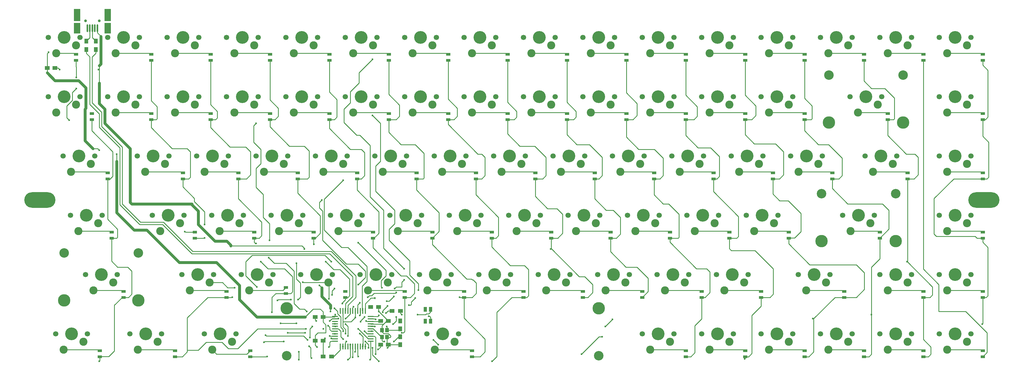
<source format=gbr>
G04 #@! TF.FileFunction,Copper,L2,Bot,Signal*
%FSLAX46Y46*%
G04 Gerber Fmt 4.6, Leading zero omitted, Abs format (unit mm)*
G04 Created by KiCad (PCBNEW 4.0.1-stable) date 2/13/2016 10:11:50 PM*
%MOMM*%
G01*
G04 APERTURE LIST*
%ADD10C,0.100000*%
%ADD11R,1.250000X1.500000*%
%ADD12R,1.500000X1.250000*%
%ADD13R,1.397000X0.889000*%
%ADD14O,1.899920X0.406400*%
%ADD15O,0.406400X1.899920*%
%ADD16R,2.049780X4.000500*%
%ADD17R,2.049780X3.500120*%
%ADD18O,0.500400X2.500000*%
%ADD19C,0.900000*%
%ADD20R,1.300000X1.500000*%
%ADD21R,1.500000X1.300000*%
%ADD22R,1.100000X1.600000*%
%ADD23C,4.099560*%
%ADD24C,2.600960*%
%ADD25C,1.699260*%
%ADD26R,1.150620X1.399540*%
%ADD27C,3.048000*%
%ADD28C,3.980200*%
%ADD29O,9.999980X5.001260*%
%ADD30C,0.600000*%
%ADD31C,0.250000*%
%ADD32C,0.889000*%
G04 APERTURE END LIST*
D10*
D11*
X107823000Y-93579000D03*
X107823000Y-91079000D03*
X107823000Y-96159000D03*
X107823000Y-98659000D03*
D12*
X98318000Y-86614000D03*
X100818000Y-86614000D03*
X80538000Y-97409000D03*
X83038000Y-97409000D03*
X83038000Y-89789000D03*
X80538000Y-89789000D03*
X101493000Y-98679000D03*
X103993000Y-98679000D03*
X101493000Y-91059000D03*
X103993000Y-91059000D03*
X-5441000Y-9779000D03*
X-2941000Y-9779000D03*
D13*
X3810000Y-5397500D03*
X3810000Y-7302500D03*
X27940000Y-5397500D03*
X27940000Y-7302500D03*
X46990000Y-5397500D03*
X46990000Y-7302500D03*
X66040000Y-5397500D03*
X66040000Y-7302500D03*
X85090000Y-5397500D03*
X85090000Y-7302500D03*
X104140000Y-5397500D03*
X104140000Y-7302500D03*
X123190000Y-5397500D03*
X123190000Y-7302500D03*
X142240000Y-5397500D03*
X142240000Y-7302500D03*
X161290000Y-5397500D03*
X161290000Y-7302500D03*
X180340000Y-5397500D03*
X180340000Y-7302500D03*
X199390000Y-5397500D03*
X199390000Y-7302500D03*
X218440000Y-5397500D03*
X218440000Y-7302500D03*
X237490000Y-5397500D03*
X237490000Y-7302500D03*
X256540000Y-5397500D03*
X256540000Y-7302500D03*
X275590000Y-5397500D03*
X275590000Y-7302500D03*
X294640000Y-5397500D03*
X294640000Y-7302500D03*
X8890000Y-24447500D03*
X8890000Y-26352500D03*
X27940000Y-24447500D03*
X27940000Y-26352500D03*
X46990000Y-24447500D03*
X46990000Y-26352500D03*
X66040000Y-24447500D03*
X66040000Y-26352500D03*
X85090000Y-24447500D03*
X85090000Y-26352500D03*
X104140000Y-24447500D03*
X104140000Y-26352500D03*
X123190000Y-24447500D03*
X123190000Y-26352500D03*
X142240000Y-24447500D03*
X142240000Y-26352500D03*
X161290000Y-24447500D03*
X161290000Y-26352500D03*
X180340000Y-24447500D03*
X180340000Y-26352500D03*
X199390000Y-24447500D03*
X199390000Y-26352500D03*
X218440000Y-24447500D03*
X218440000Y-26352500D03*
X237490000Y-24447500D03*
X237490000Y-26352500D03*
X264160000Y-24447500D03*
X264160000Y-26352500D03*
X294640000Y-24447500D03*
X294640000Y-26352500D03*
X13970000Y-43497500D03*
X13970000Y-45402500D03*
X38100000Y-43497500D03*
X38100000Y-45402500D03*
X55880000Y-43497500D03*
X55880000Y-45402500D03*
X74930000Y-43497500D03*
X74930000Y-45402500D03*
X93980000Y-43497500D03*
X93980000Y-45402500D03*
X113030000Y-43497500D03*
X113030000Y-45402500D03*
X132080000Y-43497500D03*
X132080000Y-45402500D03*
X151130000Y-43497500D03*
X151130000Y-45402500D03*
X170180000Y-43497500D03*
X170180000Y-45402500D03*
X189230000Y-43497500D03*
X189230000Y-45402500D03*
X208280000Y-43497500D03*
X208280000Y-45402500D03*
X227330000Y-43497500D03*
X227330000Y-45402500D03*
X246380000Y-43497500D03*
X246380000Y-45402500D03*
X270510000Y-43497500D03*
X270510000Y-45402500D03*
X294640000Y-43497500D03*
X294640000Y-45402500D03*
X15240000Y-62547500D03*
X15240000Y-64452500D03*
X41910000Y-62547500D03*
X41910000Y-64452500D03*
X60960000Y-62547500D03*
X60960000Y-64452500D03*
X80010000Y-62547500D03*
X80010000Y-64452500D03*
X99060000Y-62547500D03*
X99060000Y-64452500D03*
X118110000Y-62547500D03*
X118110000Y-64452500D03*
X137160000Y-62547500D03*
X137160000Y-64452500D03*
X156210000Y-62547500D03*
X156210000Y-64452500D03*
X175260000Y-62547500D03*
X175260000Y-64452500D03*
X194310000Y-62547500D03*
X194310000Y-64452500D03*
X213360000Y-62547500D03*
X213360000Y-64452500D03*
X232410000Y-62547500D03*
X232410000Y-64452500D03*
X261620000Y-62547500D03*
X261620000Y-64452500D03*
X294640000Y-62547500D03*
X294640000Y-64452500D03*
X19050000Y-81597500D03*
X19050000Y-83502500D03*
X52070000Y-81597500D03*
X52070000Y-83502500D03*
X71120000Y-80327500D03*
X71120000Y-82232500D03*
X90170000Y-81597500D03*
X90170000Y-83502500D03*
X109220000Y-81597500D03*
X109220000Y-83502500D03*
X128270000Y-81597500D03*
X128270000Y-83502500D03*
X147320000Y-81597500D03*
X147320000Y-83502500D03*
X166370000Y-81597500D03*
X166370000Y-83502500D03*
X185420000Y-81597500D03*
X185420000Y-83502500D03*
X204470000Y-81597500D03*
X204470000Y-83502500D03*
X223520000Y-81597500D03*
X223520000Y-83502500D03*
X250190000Y-81597500D03*
X250190000Y-83502500D03*
X275590000Y-81597500D03*
X275590000Y-83502500D03*
X294640000Y-81597500D03*
X294640000Y-83502500D03*
X11430000Y-100647500D03*
X11430000Y-102552500D03*
X35560000Y-100647500D03*
X35560000Y-102552500D03*
X59690000Y-100647500D03*
X59690000Y-102552500D03*
X130810000Y-100647500D03*
X130810000Y-102552500D03*
X199390000Y-100647500D03*
X199390000Y-102552500D03*
X218440000Y-100647500D03*
X218440000Y-102552500D03*
X237490000Y-100647500D03*
X237490000Y-102552500D03*
X256540000Y-100647500D03*
X256540000Y-102552500D03*
X275590000Y-100647500D03*
X275590000Y-102552500D03*
X294640000Y-100647500D03*
X294640000Y-102552500D03*
D14*
X86868000Y-93599000D03*
X86868000Y-92798900D03*
X86868000Y-91998800D03*
X86868000Y-91198700D03*
X86868000Y-90398600D03*
X86868000Y-89598500D03*
X86868000Y-94399100D03*
X86868000Y-95199200D03*
X86868000Y-95999300D03*
X86868000Y-96799400D03*
X86868000Y-97599500D03*
X98298000Y-93599000D03*
X98298000Y-92798900D03*
X98298000Y-91998800D03*
X98298000Y-91198700D03*
X98298000Y-90398600D03*
X98298000Y-89598500D03*
X98298000Y-94399100D03*
X98298000Y-95199200D03*
X98298000Y-95999300D03*
X98298000Y-96799400D03*
X98298000Y-97599500D03*
D15*
X92583000Y-87884000D03*
X92583000Y-99314000D03*
X93383100Y-87884000D03*
X93383100Y-99314000D03*
X94183200Y-99314000D03*
X94183200Y-87884000D03*
X94983300Y-87884000D03*
X94983300Y-99314000D03*
X95783400Y-99314000D03*
X95783400Y-87884000D03*
X96583500Y-87884000D03*
X96583500Y-99314000D03*
X91782900Y-99314000D03*
X91782900Y-87884000D03*
X90982800Y-87884000D03*
X90982800Y-99314000D03*
X90182700Y-99314000D03*
X90182700Y-87884000D03*
X89382600Y-87884000D03*
X89382600Y-99314000D03*
X88582500Y-99314000D03*
X88582500Y-87884000D03*
D16*
X13977560Y7229770D03*
X4127440Y7229770D03*
D17*
X4127440Y2977810D03*
X13977560Y2977810D03*
D18*
X9052500Y2977850D03*
X8252400Y2977850D03*
X7452300Y2977850D03*
X9852600Y2977850D03*
X10652700Y2977850D03*
D19*
X6852500Y5328750D03*
X11252500Y5328750D03*
D20*
X7112000Y-1190000D03*
X7112000Y-3890000D03*
X10160000Y-3890000D03*
X10160000Y-1190000D03*
D21*
X85805000Y-102489000D03*
X83105000Y-102489000D03*
X105203000Y-87884000D03*
X107903000Y-87884000D03*
D22*
X117563900Y-91181000D03*
X115863000Y-91181000D03*
X117563900Y-87381000D03*
X115862100Y-87381000D03*
D23*
X0Y0D03*
D24*
X-2540000Y-5080000D03*
X3810000Y-2540000D03*
D25*
X5080000Y0D03*
X-5080000Y0D03*
D23*
X19050000Y0D03*
D24*
X16510000Y-5080000D03*
X22860000Y-2540000D03*
D25*
X24130000Y0D03*
X13970000Y0D03*
D23*
X38100000Y0D03*
D24*
X35560000Y-5080000D03*
X41910000Y-2540000D03*
D25*
X43180000Y0D03*
X33020000Y0D03*
D23*
X57150000Y0D03*
D24*
X54610000Y-5080000D03*
X60960000Y-2540000D03*
D25*
X62230000Y0D03*
X52070000Y0D03*
D23*
X76200000Y0D03*
D24*
X73660000Y-5080000D03*
X80010000Y-2540000D03*
D25*
X81280000Y0D03*
X71120000Y0D03*
D23*
X95250000Y0D03*
D24*
X92710000Y-5080000D03*
X99060000Y-2540000D03*
D25*
X100330000Y0D03*
X90170000Y0D03*
D23*
X114300000Y0D03*
D24*
X111760000Y-5080000D03*
X118110000Y-2540000D03*
D25*
X119380000Y0D03*
X109220000Y0D03*
D23*
X133350000Y0D03*
D24*
X130810000Y-5080000D03*
X137160000Y-2540000D03*
D25*
X138430000Y0D03*
X128270000Y0D03*
D23*
X152400000Y0D03*
D24*
X149860000Y-5080000D03*
X156210000Y-2540000D03*
D25*
X157480000Y0D03*
X147320000Y0D03*
D23*
X171450000Y0D03*
D24*
X168910000Y-5080000D03*
X175260000Y-2540000D03*
D25*
X176530000Y0D03*
X166370000Y0D03*
D23*
X190500000Y0D03*
D24*
X187960000Y-5080000D03*
X194310000Y-2540000D03*
D25*
X195580000Y0D03*
X185420000Y0D03*
D23*
X209550000Y0D03*
D24*
X207010000Y-5080000D03*
X213360000Y-2540000D03*
D25*
X214630000Y0D03*
X204470000Y0D03*
D23*
X228600000Y0D03*
D24*
X226060000Y-5080000D03*
X232410000Y-2540000D03*
D25*
X233680000Y0D03*
X223520000Y0D03*
D23*
X247650000Y0D03*
D24*
X245110000Y-5080000D03*
X251460000Y-2540000D03*
D25*
X252730000Y0D03*
X242570000Y0D03*
D23*
X266700000Y0D03*
D24*
X264160000Y-5080000D03*
X270510000Y-2540000D03*
D25*
X271780000Y0D03*
X261620000Y0D03*
D23*
X285750000Y0D03*
D24*
X283210000Y-5080000D03*
X289560000Y-2540000D03*
D25*
X290830000Y0D03*
X280670000Y0D03*
D23*
X0Y-19050000D03*
D24*
X-2540000Y-24130000D03*
X3810000Y-21590000D03*
D25*
X5080000Y-19050000D03*
X-5080000Y-19050000D03*
D23*
X19050000Y-19050000D03*
D24*
X16510000Y-24130000D03*
X22860000Y-21590000D03*
D25*
X24130000Y-19050000D03*
X13970000Y-19050000D03*
D23*
X38100000Y-19050000D03*
D24*
X35560000Y-24130000D03*
X41910000Y-21590000D03*
D25*
X43180000Y-19050000D03*
X33020000Y-19050000D03*
D23*
X57150000Y-19050000D03*
D24*
X54610000Y-24130000D03*
X60960000Y-21590000D03*
D25*
X62230000Y-19050000D03*
X52070000Y-19050000D03*
D23*
X76200000Y-19050000D03*
D24*
X73660000Y-24130000D03*
X80010000Y-21590000D03*
D25*
X81280000Y-19050000D03*
X71120000Y-19050000D03*
D23*
X95250000Y-19050000D03*
D24*
X92710000Y-24130000D03*
X99060000Y-21590000D03*
D25*
X100330000Y-19050000D03*
X90170000Y-19050000D03*
D23*
X114300000Y-19050000D03*
D24*
X111760000Y-24130000D03*
X118110000Y-21590000D03*
D25*
X119380000Y-19050000D03*
X109220000Y-19050000D03*
D23*
X133350000Y-19050000D03*
D24*
X130810000Y-24130000D03*
X137160000Y-21590000D03*
D25*
X138430000Y-19050000D03*
X128270000Y-19050000D03*
D23*
X152400000Y-19050000D03*
D24*
X149860000Y-24130000D03*
X156210000Y-21590000D03*
D25*
X157480000Y-19050000D03*
X147320000Y-19050000D03*
D23*
X171450000Y-19050000D03*
D24*
X168910000Y-24130000D03*
X175260000Y-21590000D03*
D25*
X176530000Y-19050000D03*
X166370000Y-19050000D03*
D23*
X190500000Y-19050000D03*
D24*
X187960000Y-24130000D03*
X194310000Y-21590000D03*
D25*
X195580000Y-19050000D03*
X185420000Y-19050000D03*
D23*
X209550000Y-19050000D03*
D24*
X207010000Y-24130000D03*
X213360000Y-21590000D03*
D25*
X214630000Y-19050000D03*
X204470000Y-19050000D03*
D23*
X228600000Y-19050000D03*
D24*
X226060000Y-24130000D03*
X232410000Y-21590000D03*
D25*
X233680000Y-19050000D03*
X223520000Y-19050000D03*
D23*
X257175000Y-19050000D03*
D24*
X254635000Y-24130000D03*
X260985000Y-21590000D03*
D25*
X262255000Y-19050000D03*
X252095000Y-19050000D03*
D23*
X285750000Y-19050000D03*
D24*
X283210000Y-24130000D03*
X289560000Y-21590000D03*
D25*
X290830000Y-19050000D03*
X280670000Y-19050000D03*
D23*
X4762500Y-38100000D03*
D24*
X2222500Y-43180000D03*
X8572500Y-40640000D03*
D25*
X9842500Y-38100000D03*
X-317500Y-38100000D03*
D23*
X28575000Y-38100000D03*
D24*
X26035000Y-43180000D03*
X32385000Y-40640000D03*
D25*
X33655000Y-38100000D03*
X23495000Y-38100000D03*
D23*
X47625000Y-38100000D03*
D24*
X45085000Y-43180000D03*
X51435000Y-40640000D03*
D25*
X52705000Y-38100000D03*
X42545000Y-38100000D03*
D23*
X66675000Y-38100000D03*
D24*
X64135000Y-43180000D03*
X70485000Y-40640000D03*
D25*
X71755000Y-38100000D03*
X61595000Y-38100000D03*
D23*
X85725000Y-38100000D03*
D24*
X83185000Y-43180000D03*
X89535000Y-40640000D03*
D25*
X90805000Y-38100000D03*
X80645000Y-38100000D03*
D23*
X104775000Y-38100000D03*
D24*
X102235000Y-43180000D03*
X108585000Y-40640000D03*
D25*
X109855000Y-38100000D03*
X99695000Y-38100000D03*
D23*
X123825000Y-38100000D03*
D24*
X121285000Y-43180000D03*
X127635000Y-40640000D03*
D25*
X128905000Y-38100000D03*
X118745000Y-38100000D03*
D23*
X142875000Y-38100000D03*
D24*
X140335000Y-43180000D03*
X146685000Y-40640000D03*
D25*
X147955000Y-38100000D03*
X137795000Y-38100000D03*
D23*
X161925000Y-38100000D03*
D24*
X159385000Y-43180000D03*
X165735000Y-40640000D03*
D25*
X167005000Y-38100000D03*
X156845000Y-38100000D03*
D23*
X180975000Y-38100000D03*
D24*
X178435000Y-43180000D03*
X184785000Y-40640000D03*
D25*
X186055000Y-38100000D03*
X175895000Y-38100000D03*
D23*
X200025000Y-38100000D03*
D24*
X197485000Y-43180000D03*
X203835000Y-40640000D03*
D25*
X205105000Y-38100000D03*
X194945000Y-38100000D03*
D23*
X219075000Y-38100000D03*
D24*
X216535000Y-43180000D03*
X222885000Y-40640000D03*
D25*
X224155000Y-38100000D03*
X213995000Y-38100000D03*
D23*
X238125000Y-38100000D03*
D24*
X235585000Y-43180000D03*
X241935000Y-40640000D03*
D25*
X243205000Y-38100000D03*
X233045000Y-38100000D03*
D23*
X261937500Y-38100000D03*
D24*
X259397500Y-43180000D03*
X265747500Y-40640000D03*
D25*
X267017500Y-38100000D03*
X256857500Y-38100000D03*
D23*
X285750000Y-38100000D03*
D24*
X283210000Y-43180000D03*
X289560000Y-40640000D03*
D25*
X290830000Y-38100000D03*
X280670000Y-38100000D03*
D23*
X7145020Y-57150000D03*
D24*
X4605020Y-62230000D03*
X10955020Y-59690000D03*
D25*
X12225020Y-57150000D03*
X2065020Y-57150000D03*
D23*
X33337500Y-57150000D03*
D24*
X30797500Y-62230000D03*
X37147500Y-59690000D03*
D25*
X38417500Y-57150000D03*
X28257500Y-57150000D03*
D23*
X52387500Y-57150000D03*
D24*
X49847500Y-62230000D03*
X56197500Y-59690000D03*
D25*
X57467500Y-57150000D03*
X47307500Y-57150000D03*
D23*
X71437500Y-57150000D03*
D24*
X68897500Y-62230000D03*
X75247500Y-59690000D03*
D25*
X76517500Y-57150000D03*
X66357500Y-57150000D03*
D23*
X90487500Y-57150000D03*
D24*
X87947500Y-62230000D03*
X94297500Y-59690000D03*
D25*
X95567500Y-57150000D03*
X85407500Y-57150000D03*
D23*
X109537500Y-57150000D03*
D24*
X106997500Y-62230000D03*
X113347500Y-59690000D03*
D25*
X114617500Y-57150000D03*
X104457500Y-57150000D03*
D23*
X128587500Y-57150000D03*
D24*
X126047500Y-62230000D03*
X132397500Y-59690000D03*
D25*
X133667500Y-57150000D03*
X123507500Y-57150000D03*
D23*
X147637500Y-57150000D03*
D24*
X145097500Y-62230000D03*
X151447500Y-59690000D03*
D25*
X152717500Y-57150000D03*
X142557500Y-57150000D03*
D23*
X166687500Y-57150000D03*
D24*
X164147500Y-62230000D03*
X170497500Y-59690000D03*
D25*
X171767500Y-57150000D03*
X161607500Y-57150000D03*
D23*
X185737500Y-57150000D03*
D24*
X183197500Y-62230000D03*
X189547500Y-59690000D03*
D25*
X190817500Y-57150000D03*
X180657500Y-57150000D03*
D23*
X204787500Y-57150000D03*
D24*
X202247500Y-62230000D03*
X208597500Y-59690000D03*
D25*
X209867500Y-57150000D03*
X199707500Y-57150000D03*
D23*
X223837500Y-57150000D03*
D24*
X221297500Y-62230000D03*
X227647500Y-59690000D03*
D25*
X228917500Y-57150000D03*
X218757500Y-57150000D03*
D23*
X254795020Y-57150000D03*
D24*
X252255020Y-62230000D03*
X258605020Y-59690000D03*
D25*
X259875020Y-57150000D03*
X249715020Y-57150000D03*
D23*
X285750000Y-57150000D03*
D24*
X283210000Y-62230000D03*
X289560000Y-59690000D03*
D25*
X290830000Y-57150000D03*
X280670000Y-57150000D03*
D23*
X11906250Y-76200000D03*
D24*
X9366250Y-81280000D03*
X15716250Y-78740000D03*
D25*
X16986250Y-76200000D03*
X6826250Y-76200000D03*
D23*
X42862500Y-76200000D03*
D24*
X40322500Y-81280000D03*
X46672500Y-78740000D03*
D25*
X47942500Y-76200000D03*
X37782500Y-76200000D03*
D23*
X61912500Y-76200000D03*
D24*
X59372500Y-81280000D03*
X65722500Y-78740000D03*
D25*
X66992500Y-76200000D03*
X56832500Y-76200000D03*
D23*
X80962500Y-76200000D03*
D24*
X78422500Y-81280000D03*
X84772500Y-78740000D03*
D25*
X86042500Y-76200000D03*
X75882500Y-76200000D03*
D23*
X100012500Y-76200000D03*
D24*
X97472500Y-81280000D03*
X103822500Y-78740000D03*
D25*
X105092500Y-76200000D03*
X94932500Y-76200000D03*
D23*
X119062500Y-76200000D03*
D24*
X116522500Y-81280000D03*
X122872500Y-78740000D03*
D25*
X124142500Y-76200000D03*
X113982500Y-76200000D03*
D23*
X138112500Y-76200000D03*
D24*
X135572500Y-81280000D03*
X141922500Y-78740000D03*
D25*
X143192500Y-76200000D03*
X133032500Y-76200000D03*
D23*
X157162500Y-76200000D03*
D24*
X154622500Y-81280000D03*
X160972500Y-78740000D03*
D25*
X162242500Y-76200000D03*
X152082500Y-76200000D03*
D23*
X176212500Y-76200000D03*
D24*
X173672500Y-81280000D03*
X180022500Y-78740000D03*
D25*
X181292500Y-76200000D03*
X171132500Y-76200000D03*
D23*
X195262500Y-76200000D03*
D24*
X192722500Y-81280000D03*
X199072500Y-78740000D03*
D25*
X200342500Y-76200000D03*
X190182500Y-76200000D03*
D23*
X214312500Y-76200000D03*
D24*
X211772500Y-81280000D03*
X218122500Y-78740000D03*
D25*
X219392500Y-76200000D03*
X209232500Y-76200000D03*
D23*
X240506250Y-76200000D03*
D24*
X237966250Y-81280000D03*
X244316250Y-78740000D03*
D25*
X245586250Y-76200000D03*
X235426250Y-76200000D03*
D23*
X266700000Y-76200000D03*
D24*
X264160000Y-81280000D03*
X270510000Y-78740000D03*
D25*
X271780000Y-76200000D03*
X261620000Y-76200000D03*
D23*
X285750000Y-76200000D03*
D24*
X283210000Y-81280000D03*
X289560000Y-78740000D03*
D25*
X290830000Y-76200000D03*
X280670000Y-76200000D03*
D23*
X2382520Y-95250000D03*
D24*
X-157480Y-100330000D03*
X6192520Y-97790000D03*
D25*
X7462520Y-95250000D03*
X-2697480Y-95250000D03*
D23*
X26195020Y-95250000D03*
D24*
X23655020Y-100330000D03*
X30005020Y-97790000D03*
D25*
X31275020Y-95250000D03*
X21115020Y-95250000D03*
D23*
X50007520Y-95250000D03*
D24*
X47467520Y-100330000D03*
X53817520Y-97790000D03*
D25*
X55087520Y-95250000D03*
X44927520Y-95250000D03*
D23*
X121445020Y-95250000D03*
D24*
X118905020Y-100330000D03*
X125255020Y-97790000D03*
D25*
X126525020Y-95250000D03*
X116365020Y-95250000D03*
D23*
X190500000Y-95250000D03*
D24*
X187960000Y-100330000D03*
X194310000Y-97790000D03*
D25*
X195580000Y-95250000D03*
X185420000Y-95250000D03*
D23*
X209550000Y-95250000D03*
D24*
X207010000Y-100330000D03*
X213360000Y-97790000D03*
D25*
X214630000Y-95250000D03*
X204470000Y-95250000D03*
D23*
X228600000Y-95250000D03*
D24*
X226060000Y-100330000D03*
X232410000Y-97790000D03*
D25*
X233680000Y-95250000D03*
X223520000Y-95250000D03*
D23*
X247650000Y-95250000D03*
D24*
X245110000Y-100330000D03*
X251460000Y-97790000D03*
D25*
X252730000Y-95250000D03*
X242570000Y-95250000D03*
D23*
X266700000Y-95250000D03*
D24*
X264160000Y-100330000D03*
X270510000Y-97790000D03*
D25*
X271780000Y-95250000D03*
X261620000Y-95250000D03*
D23*
X285750000Y-95250000D03*
D24*
X283210000Y-100330000D03*
X289560000Y-97790000D03*
D25*
X290830000Y-95250000D03*
X280670000Y-95250000D03*
D26*
X101942900Y-94023180D03*
X101942900Y-96222820D03*
X103543100Y-94023180D03*
X103543100Y-96222820D03*
D27*
X245270020Y-12065000D03*
D28*
X245270020Y-27305000D03*
D27*
X269082520Y-12065000D03*
D28*
X269082520Y-27305000D03*
D27*
X242888770Y-50165000D03*
D28*
X242888770Y-65405000D03*
D27*
X266701270Y-50165000D03*
D28*
X266701270Y-65405000D03*
D27*
X0Y-69215000D03*
D28*
X0Y-84455000D03*
D27*
X23812500Y-69215000D03*
D28*
X23812500Y-84455000D03*
D27*
X71407020Y-102267258D03*
D28*
X71407020Y-87027258D03*
D27*
X171483020Y-102267258D03*
D28*
X171483020Y-87027258D03*
D29*
X-7747000Y-52197000D03*
X295021000Y-52197000D03*
D30*
X99695000Y-92837000D03*
X103505000Y-92837000D03*
X78867000Y-96393000D03*
X79629000Y-92837000D03*
X100955000Y-88021000D03*
X95123000Y-91313000D03*
X96393000Y-89789000D03*
X90297000Y-90297000D03*
X88011000Y-90297000D03*
X96583500Y-99314000D03*
X103759000Y-99695000D03*
X85217000Y-91059000D03*
X85725000Y-96647000D03*
X116967000Y-89535000D03*
X100818000Y-86614000D03*
X85471000Y-86995000D03*
X81915000Y-79629000D03*
X77089000Y-67945000D03*
X85471000Y-88011000D03*
X83693000Y-96647000D03*
X80899000Y-91059000D03*
X103993000Y-91059000D03*
X107823000Y-91059000D03*
X-1397000Y-10287000D03*
X11049000Y-10287000D03*
X105791000Y-97663000D03*
X102743000Y-97663000D03*
X98318000Y-86614000D03*
X92837000Y-86487000D03*
X90297000Y-95123000D03*
X94869000Y-95123000D03*
X86995000Y-89027000D03*
X96901000Y-91059000D03*
X93383100Y-90004900D03*
X100711000Y-100203000D03*
X95783400Y-99314000D03*
X101473000Y-91059000D03*
X103251000Y-88519000D03*
X11303000Y-36195000D03*
X16891000Y-37465000D03*
X84963000Y-99441000D03*
X81153000Y-99441000D03*
X7452300Y2977850D03*
X-4953000Y-4699000D03*
X98171000Y-103505000D03*
X11303000Y-104013000D03*
X9017000Y-26543000D03*
X1651000Y-26543000D03*
X3937000Y-16383000D03*
X3937000Y-12827000D03*
X77597000Y-93599000D03*
X83185000Y-93599000D03*
X94361000Y-93599000D03*
X53975000Y-83439000D03*
X45085000Y-60071000D03*
X45085000Y-64389000D03*
X99949000Y-101727000D03*
X66675000Y-88265000D03*
X65151000Y-102489000D03*
X61595000Y-66167000D03*
X63119000Y-72009000D03*
X89535000Y-94361000D03*
X89281000Y-85471000D03*
X86741000Y-86995000D03*
X96393000Y-94361000D03*
X83947000Y-72009000D03*
X80137000Y-66421000D03*
X98679000Y-94361000D03*
X108331000Y-94869000D03*
X112649000Y-83693000D03*
X126873000Y-83439000D03*
X100965000Y-89281000D03*
X102235000Y-88265000D03*
X103759000Y-86233000D03*
X110617000Y-85979000D03*
X97663000Y-99695000D03*
X90551000Y-97663000D03*
X100965000Y-104013000D03*
X137287000Y-104013000D03*
X96647000Y-97663000D03*
X98933000Y-99695000D03*
X156083000Y-67945000D03*
X74549000Y-72517000D03*
X74549000Y-91821000D03*
X69469000Y-91821000D03*
X68453000Y-84455000D03*
X72771000Y-84201000D03*
X75057000Y-84201000D03*
X85217000Y-95885000D03*
X77343000Y-94869000D03*
X86868000Y-95199200D03*
X71755000Y-94869000D03*
X86741000Y-80645000D03*
X82677000Y-52197000D03*
X170180000Y-45402500D03*
X94361000Y-79375000D03*
X85979000Y-82677000D03*
X77851000Y-88011000D03*
X61595000Y-27559000D03*
X180340000Y-26352500D03*
X65659000Y-70739000D03*
X65913000Y-65151000D03*
X84709000Y-92583000D03*
X218313000Y-103251000D03*
X89535000Y-96901000D03*
X120015000Y-98679000D03*
X118491000Y-97155000D03*
X240157000Y-90297000D03*
X86995000Y-92837000D03*
X91059000Y-95885000D03*
X90297000Y-92075000D03*
X86868000Y-91998800D03*
X175895000Y-90551000D03*
X173609000Y-92837000D03*
X258953000Y-89027000D03*
X270383000Y-72009000D03*
X85725000Y-72009000D03*
X61849000Y-80137000D03*
X64643000Y-95631000D03*
X78105000Y-97155000D03*
X89382600Y-99314000D03*
X94361000Y-102489000D03*
X294513000Y-102743000D03*
X165989000Y-101727000D03*
X172593000Y-96139000D03*
X93345000Y-100965000D03*
X294513000Y-92075000D03*
X9017000Y-24511000D03*
X30797500Y-62230000D03*
X38735000Y-62357000D03*
X90043000Y-81661000D03*
X106553000Y-89789000D03*
X105537000Y-92075000D03*
X99949000Y-90551000D03*
X108331000Y-89027000D03*
X113411000Y-89027000D03*
X79375000Y-102997000D03*
X78613000Y-99187000D03*
X84963000Y-83947000D03*
X92583000Y-102743000D03*
X84772500Y-78740000D03*
X76581000Y-78613000D03*
X54737000Y-80391000D03*
X94869000Y-85217000D03*
X109093000Y-74295000D03*
X109093000Y-77851000D03*
X98933000Y-6985000D03*
X103505000Y-84709000D03*
X105791000Y-83185000D03*
X106045000Y-80645000D03*
X99060000Y-2540000D03*
X97409000Y-83439000D03*
X94869000Y-89281000D03*
X106553000Y-81915000D03*
X98933000Y-25019000D03*
X113665000Y-81153000D03*
X99060000Y-21590000D03*
X89535000Y-45847000D03*
X99695000Y-83693000D03*
X101981000Y-80391000D03*
X94361000Y-65913000D03*
X91821000Y-98679000D03*
X70485000Y-97663000D03*
X64135000Y-97917000D03*
X75311000Y-103505000D03*
X75311000Y-100965000D03*
X91059000Y-103505000D03*
D31*
X103543100Y-94023180D02*
X103543100Y-92875100D01*
X99656900Y-92798900D02*
X98298000Y-92798900D01*
X99695000Y-92837000D02*
X99656900Y-92798900D01*
X103543100Y-92875100D02*
X103505000Y-92837000D01*
X103543100Y-94023180D02*
X107378820Y-94023180D01*
X107378820Y-94023180D02*
X107823000Y-93579000D01*
X99187000Y-92837000D02*
X98336100Y-92837000D01*
X98336100Y-92837000D02*
X98298000Y-92798900D01*
X79629000Y-92837000D02*
X78867000Y-93599000D01*
X78867000Y-93599000D02*
X78867000Y-96393000D01*
X95123000Y-91059000D02*
X95123000Y-91313000D01*
X96393000Y-89789000D02*
X95123000Y-91059000D01*
X91782900Y-88811100D02*
X90297000Y-90297000D01*
X87909400Y-90398600D02*
X86868000Y-90398600D01*
X91782900Y-87884000D02*
X91782900Y-88811100D01*
X103993000Y-99461000D02*
X103993000Y-98679000D01*
X103759000Y-99695000D02*
X103993000Y-99461000D01*
X85877400Y-90398600D02*
X86868000Y-90398600D01*
X85217000Y-91059000D02*
X85877400Y-90398600D01*
X85725000Y-96647000D02*
X85877400Y-96799400D01*
X85877400Y-96799400D02*
X86868000Y-96799400D01*
X117563900Y-91181000D02*
X117563900Y-89877900D01*
X117221000Y-89535000D02*
X116967000Y-89535000D01*
X117563900Y-89877900D02*
X117221000Y-89535000D01*
X102489000Y-92075000D02*
X98374200Y-92075000D01*
X98374200Y-92075000D02*
X98298000Y-91998800D01*
X103713280Y-96393000D02*
X104521000Y-96393000D01*
X104013000Y-95123000D02*
X104775000Y-95885000D01*
X104775000Y-95885000D02*
X104775000Y-96139000D01*
X104775000Y-96139000D02*
X104521000Y-96393000D01*
X102489000Y-95123000D02*
X101942900Y-94576900D01*
X102489000Y-95123000D02*
X103505000Y-95123000D01*
X103505000Y-95123000D02*
X104013000Y-95123000D01*
X103713280Y-96393000D02*
X103543100Y-96222820D01*
X101942900Y-94023180D02*
X101942900Y-94576900D01*
X100818000Y-86614000D02*
X100818000Y-87884000D01*
X100955000Y-88021000D02*
X100818000Y-87884000D01*
X103993000Y-91059000D02*
X100955000Y-88021000D01*
X85471000Y-86995000D02*
X85471000Y-88011000D01*
X77089000Y-67691000D02*
X77089000Y-67945000D01*
X76327000Y-66929000D02*
X77089000Y-67691000D01*
D32*
X48387000Y-65405000D02*
X52197000Y-65405000D01*
X53467000Y-66675000D02*
X53467000Y-66929000D01*
X52197000Y-65405000D02*
X53467000Y-66675000D01*
D31*
X53467000Y-66929000D02*
X76327000Y-66929000D01*
D32*
X85471000Y-85979000D02*
X85471000Y-86233000D01*
X82677000Y-83185000D02*
X85471000Y-85979000D01*
X82677000Y-80391000D02*
X82677000Y-83185000D01*
D31*
X81915000Y-79629000D02*
X82677000Y-80391000D01*
D32*
X85471000Y-86995000D02*
X85471000Y-86233000D01*
X43053000Y-55753000D02*
X43053000Y-60071000D01*
X41021000Y-53721000D02*
X43053000Y-55753000D01*
X11303000Y-14605000D02*
X11303000Y-21209000D01*
D31*
X11303000Y-9017000D02*
X11303000Y-14605000D01*
D32*
X21717000Y-53467000D02*
X41021000Y-53467000D01*
X21209000Y-52959000D02*
X21717000Y-53467000D01*
X21209000Y-35687000D02*
X21209000Y-52959000D01*
X13081000Y-27559000D02*
X21209000Y-35687000D01*
X13081000Y-22987000D02*
X13081000Y-27559000D01*
X11303000Y-21209000D02*
X13081000Y-22987000D01*
X41021000Y-53467000D02*
X41021000Y-53721000D01*
X48387000Y-65405000D02*
X48641000Y-65405000D01*
X43053000Y-60071000D02*
X48387000Y-65405000D01*
D31*
X83038000Y-97409000D02*
X83038000Y-97302000D01*
X83038000Y-97302000D02*
X83693000Y-96647000D01*
X83038000Y-97409000D02*
X83038000Y-102422000D01*
X83038000Y-102422000D02*
X83105000Y-102489000D01*
X80538000Y-90698000D02*
X80899000Y-91059000D01*
X80538000Y-89789000D02*
X80538000Y-90698000D01*
X107823000Y-98659000D02*
X104013000Y-98659000D01*
X104013000Y-98659000D02*
X103993000Y-98679000D01*
X103505000Y-91059000D02*
X103993000Y-91059000D01*
X107823000Y-91059000D02*
X107823000Y-91079000D01*
X101942900Y-94023180D02*
X101942900Y-92621100D01*
X101942900Y-92621100D02*
X102489000Y-92075000D01*
X102489000Y-92075000D02*
X103505000Y-91059000D01*
X103543100Y-96222820D02*
X103543100Y-98229100D01*
X103543100Y-98229100D02*
X103993000Y-98679000D01*
X11303000Y-9017000D02*
X11303000Y-10033000D01*
D32*
X11811000Y381000D02*
X11811000Y-8509000D01*
D31*
X10652700Y2977850D02*
X10652700Y1539300D01*
X10652700Y1539300D02*
X11811000Y381000D01*
D32*
X11811000Y-8509000D02*
X11303000Y-9017000D01*
D31*
X-1905000Y-9779000D02*
X-2941000Y-9779000D01*
X-1397000Y-10287000D02*
X-1905000Y-9779000D01*
X11303000Y-10033000D02*
X11049000Y-10287000D01*
X101942900Y-96222820D02*
X101942900Y-97370900D01*
X105791000Y-97663000D02*
X107295000Y-96159000D01*
X102235000Y-97663000D02*
X102743000Y-97663000D01*
X101942900Y-97370900D02*
X102235000Y-97663000D01*
X107295000Y-96159000D02*
X107823000Y-96159000D01*
X101942900Y-96222820D02*
X101810820Y-96222820D01*
X101810820Y-96222820D02*
X99187000Y-93599000D01*
X99187000Y-93599000D02*
X98298000Y-93599000D01*
X101942900Y-95968820D02*
X101942900Y-95846900D01*
X92583000Y-87884000D02*
X92583000Y-86741000D01*
X92837000Y-86487000D02*
X92583000Y-86741000D01*
X83947000Y-94869000D02*
X81407000Y-94869000D01*
X83038000Y-89789000D02*
X83038000Y-91420000D01*
X83947000Y-92329000D02*
X83947000Y-93091000D01*
X83038000Y-91420000D02*
X83947000Y-92329000D01*
X83947000Y-93091000D02*
X83947000Y-94869000D01*
X80538000Y-95738000D02*
X80538000Y-97409000D01*
X81407000Y-94869000D02*
X80538000Y-95738000D01*
X89382600Y-91313000D02*
X92075000Y-91313000D01*
X92075000Y-91313000D02*
X93383100Y-90004900D01*
X94869000Y-95123000D02*
X95631000Y-95885000D01*
X89382600Y-87884000D02*
X89382600Y-91313000D01*
X89382600Y-91313000D02*
X89382600Y-92938600D01*
X89382600Y-92938600D02*
X90297000Y-93853000D01*
X90297000Y-93853000D02*
X90297000Y-95123000D01*
X95885000Y-96139000D02*
X95885000Y-99212400D01*
X95631000Y-95885000D02*
X95885000Y-96139000D01*
X95885000Y-99212400D02*
X95783400Y-99314000D01*
X86995000Y-89027000D02*
X86868000Y-89154000D01*
X86868000Y-89598500D02*
X86868000Y-89154000D01*
X97040700Y-91198700D02*
X98298000Y-91198700D01*
X96901000Y-91059000D02*
X97040700Y-91198700D01*
X93345000Y-90043000D02*
X93383100Y-90004900D01*
X93383100Y-90004900D02*
X93345000Y-90043000D01*
X93383100Y-87884000D02*
X93383100Y-90004900D01*
X101493000Y-99421000D02*
X101493000Y-98679000D01*
X100711000Y-100203000D02*
X101493000Y-99421000D01*
D32*
X61849000Y-89789000D02*
X77343000Y-89789000D01*
D31*
X105203000Y-87884000D02*
X103886000Y-87884000D01*
X101473000Y-91059000D02*
X101493000Y-91059000D01*
X103886000Y-87884000D02*
X103251000Y-88519000D01*
X101353300Y-91198700D02*
X98298000Y-91198700D01*
X77343000Y-89789000D02*
X79883000Y-87249000D01*
D32*
X6731000Y-33147000D02*
X9271000Y-35687000D01*
D31*
X9271000Y-35687000D02*
X10795000Y-35687000D01*
X10795000Y-35687000D02*
X11303000Y-36195000D01*
X16891000Y-37465000D02*
X16891000Y-39751000D01*
D32*
X16891000Y-39751000D02*
X16891000Y-56261000D01*
X16891000Y-56261000D02*
X22479000Y-61849000D01*
X22479000Y-61849000D02*
X26543000Y-61849000D01*
X26543000Y-61849000D02*
X36957000Y-72263000D01*
X36957000Y-72263000D02*
X48895000Y-72263000D01*
X48895000Y-72263000D02*
X56261000Y-79629000D01*
X56261000Y-79629000D02*
X56261000Y-84201000D01*
X56261000Y-84201000D02*
X61849000Y-89789000D01*
X3175000Y-13843000D02*
X4699000Y-13843000D01*
X-5441000Y-11323000D02*
X-2921000Y-13843000D01*
X-2921000Y-13843000D02*
X3175000Y-13843000D01*
D31*
X-5441000Y-9779000D02*
X-5441000Y-11323000D01*
D32*
X6985000Y-22733000D02*
X6731000Y-22987000D01*
X6985000Y-16129000D02*
X6985000Y-22733000D01*
X4699000Y-13843000D02*
X6985000Y-16129000D01*
X6731000Y-22987000D02*
X6731000Y-33147000D01*
D31*
X83038000Y-88118000D02*
X83038000Y-89789000D01*
X82169000Y-87249000D02*
X83038000Y-88118000D01*
X79883000Y-87249000D02*
X82169000Y-87249000D01*
X84963000Y-99441000D02*
X85217000Y-99187000D01*
X85217000Y-99187000D02*
X85217000Y-97917000D01*
X85217000Y-97917000D02*
X85534500Y-97599500D01*
X85534500Y-97599500D02*
X86868000Y-97599500D01*
X80538000Y-98826000D02*
X81153000Y-99441000D01*
X80538000Y-97409000D02*
X80538000Y-98826000D01*
X83038000Y-89789000D02*
X86677500Y-89789000D01*
X86677500Y-89789000D02*
X86868000Y-89598500D01*
X101353300Y-91198700D02*
X101493000Y-91059000D01*
X-5441000Y-9779000D02*
X-5441000Y-5187000D01*
X-4953000Y-4699000D02*
X-5441000Y-5187000D01*
X-2540000Y-5080000D02*
X3492500Y-5080000D01*
X3492500Y-5080000D02*
X3810000Y-5397500D01*
X98171000Y-103505000D02*
X98298000Y-103378000D01*
X98298000Y-103378000D02*
X98298000Y-97599500D01*
X11430000Y-102552500D02*
X11430000Y-103886000D01*
X11430000Y-103886000D02*
X11303000Y-104013000D01*
X16129000Y-98679000D02*
X16129000Y-100711000D01*
X16129000Y-85979000D02*
X16129000Y-98679000D01*
X18605500Y-83502500D02*
X16129000Y-85979000D01*
X14351000Y-102489000D02*
X11493500Y-102489000D01*
X16129000Y-100711000D02*
X14351000Y-102489000D01*
X11493500Y-102489000D02*
X11430000Y-102552500D01*
X19050000Y-83502500D02*
X18605500Y-83502500D01*
X20447000Y-73787000D02*
X21717000Y-75057000D01*
X15240000Y-71882000D02*
X17145000Y-73787000D01*
X17145000Y-73787000D02*
X20447000Y-73787000D01*
X15240000Y-64452500D02*
X15240000Y-71882000D01*
X20637500Y-83502500D02*
X19050000Y-83502500D01*
X21717000Y-82423000D02*
X20637500Y-83502500D01*
X21717000Y-75057000D02*
X21717000Y-82423000D01*
X13970000Y-45402500D02*
X13970000Y-58420000D01*
X16827500Y-64452500D02*
X15240000Y-64452500D01*
X17145000Y-64135000D02*
X16827500Y-64452500D01*
X17145000Y-61595000D02*
X17145000Y-64135000D01*
X13970000Y-58420000D02*
X17145000Y-61595000D01*
X8890000Y-26352500D02*
X8890000Y-29972000D01*
X15621000Y-44577000D02*
X14605000Y-45593000D01*
X15621000Y-36703000D02*
X15621000Y-44577000D01*
X8890000Y-29972000D02*
X15621000Y-36703000D01*
X14605000Y-45593000D02*
X13970000Y-45402500D01*
X3810000Y-7302500D02*
X3810000Y-9398000D01*
X9017000Y-26543000D02*
X8890000Y-26416000D01*
X889000Y-25781000D02*
X1651000Y-26543000D01*
X889000Y-21971000D02*
X889000Y-25781000D01*
X2667000Y-20193000D02*
X889000Y-21971000D01*
X2667000Y-17653000D02*
X2667000Y-20193000D01*
X3937000Y-16383000D02*
X2667000Y-17653000D01*
X3937000Y-9525000D02*
X3937000Y-12827000D01*
X3810000Y-9398000D02*
X3937000Y-9525000D01*
X8890000Y-26416000D02*
X8890000Y-26352500D01*
X16510000Y-5080000D02*
X27622500Y-5080000D01*
X27622500Y-5080000D02*
X27940000Y-5397500D01*
X77343000Y-93599000D02*
X62103000Y-93599000D01*
X43053000Y-100457000D02*
X39497000Y-100457000D01*
X55753000Y-99949000D02*
X62103000Y-93599000D01*
X52705000Y-99949000D02*
X55753000Y-99949000D01*
X50673000Y-97917000D02*
X52705000Y-99949000D01*
X45593000Y-97917000D02*
X50673000Y-97917000D01*
X43053000Y-100457000D02*
X45593000Y-97917000D01*
X94361000Y-93599000D02*
X97561400Y-96799400D01*
X97561400Y-96799400D02*
X98298000Y-96799400D01*
X52070000Y-83502500D02*
X46037500Y-83502500D01*
X37909500Y-102552500D02*
X35560000Y-102552500D01*
X39497000Y-100965000D02*
X37909500Y-102552500D01*
X39497000Y-90043000D02*
X39497000Y-100457000D01*
X39497000Y-100457000D02*
X39497000Y-100965000D01*
X46037500Y-83502500D02*
X39497000Y-90043000D01*
X53911500Y-83502500D02*
X52070000Y-83502500D01*
X53975000Y-83439000D02*
X53911500Y-83502500D01*
X38100000Y-48006000D02*
X41783000Y-51689000D01*
X41783000Y-51689000D02*
X41783000Y-52705000D01*
X41783000Y-52705000D02*
X45085000Y-56007000D01*
X38100000Y-45402500D02*
X38100000Y-48006000D01*
X45085000Y-60071000D02*
X45085000Y-56007000D01*
X45021500Y-64452500D02*
X41910000Y-64452500D01*
X45085000Y-64389000D02*
X45021500Y-64452500D01*
X27940000Y-26352500D02*
X27940000Y-28956000D01*
X39941500Y-45402500D02*
X38100000Y-45402500D01*
X40513000Y-44831000D02*
X39941500Y-45402500D01*
X40513000Y-36703000D02*
X40513000Y-44831000D01*
X39497000Y-35687000D02*
X40513000Y-36703000D01*
X34671000Y-35687000D02*
X39497000Y-35687000D01*
X27940000Y-28956000D02*
X34671000Y-35687000D01*
X27940000Y-7302500D02*
X27940000Y-20320000D01*
X29527500Y-26352500D02*
X27940000Y-26352500D01*
X29845000Y-26035000D02*
X29527500Y-26352500D01*
X29845000Y-22225000D02*
X29845000Y-26035000D01*
X27940000Y-20320000D02*
X29845000Y-22225000D01*
X35560000Y-5080000D02*
X46672500Y-5080000D01*
X46672500Y-5080000D02*
X46990000Y-5397500D01*
X99949000Y-100711000D02*
X99949000Y-96393000D01*
X99949000Y-96393000D02*
X99555300Y-95999300D01*
X99555300Y-95999300D02*
X98298000Y-95999300D01*
X99949000Y-101727000D02*
X99949000Y-100711000D01*
X71120000Y-82232500D02*
X67881500Y-82232500D01*
X66675000Y-83439000D02*
X66675000Y-85217000D01*
X67881500Y-82232500D02*
X66675000Y-83439000D01*
X66675000Y-88265000D02*
X66675000Y-85217000D01*
X65151000Y-102489000D02*
X65087500Y-102552500D01*
X60960000Y-65786000D02*
X61341000Y-66167000D01*
X61341000Y-66167000D02*
X61595000Y-66167000D01*
X60960000Y-64452500D02*
X60960000Y-65786000D01*
X72707500Y-82232500D02*
X71120000Y-82232500D01*
X73279000Y-81661000D02*
X72707500Y-82232500D01*
X73279000Y-76835000D02*
X73279000Y-81661000D01*
X70739000Y-74295000D02*
X73279000Y-76835000D01*
X65405000Y-74295000D02*
X70739000Y-74295000D01*
X63119000Y-72009000D02*
X65405000Y-74295000D01*
X55880000Y-45402500D02*
X55880000Y-51816000D01*
X62547500Y-64452500D02*
X60960000Y-64452500D01*
X63373000Y-63627000D02*
X62547500Y-64452500D01*
X63373000Y-59309000D02*
X63373000Y-63627000D01*
X55880000Y-51816000D02*
X63373000Y-59309000D01*
X59817000Y-43307000D02*
X59817000Y-44069000D01*
X58293000Y-35179000D02*
X59817000Y-36703000D01*
X59817000Y-36703000D02*
X59817000Y-43307000D01*
X46990000Y-26352500D02*
X46990000Y-28956000D01*
X53213000Y-35179000D02*
X58039000Y-35179000D01*
X46990000Y-28956000D02*
X53213000Y-35179000D01*
X58039000Y-35179000D02*
X58293000Y-35179000D01*
X58483500Y-45402500D02*
X55880000Y-45402500D01*
X59817000Y-44069000D02*
X58483500Y-45402500D01*
X46990000Y-7302500D02*
X46990000Y-21590000D01*
X48577500Y-26352500D02*
X46990000Y-26352500D01*
X49149000Y-25781000D02*
X48577500Y-26352500D01*
X49149000Y-23749000D02*
X49149000Y-25781000D01*
X46990000Y-21590000D02*
X49149000Y-23749000D01*
X59690000Y-102552500D02*
X65087500Y-102552500D01*
X54610000Y-5080000D02*
X65722500Y-5080000D01*
X65722500Y-5080000D02*
X66040000Y-5397500D01*
X96393000Y-94361000D02*
X97231200Y-95199200D01*
X98298000Y-95199200D02*
X97231200Y-95199200D01*
X88773000Y-93091000D02*
X89535000Y-93853000D01*
X89535000Y-93853000D02*
X89535000Y-94361000D01*
X87757000Y-88519000D02*
X87757000Y-88773000D01*
X90170000Y-84328000D02*
X89027000Y-85471000D01*
X89027000Y-85471000D02*
X89281000Y-85471000D01*
X86741000Y-86995000D02*
X87757000Y-88011000D01*
X87757000Y-88011000D02*
X87757000Y-88519000D01*
X90170000Y-84328000D02*
X90170000Y-83502500D01*
X87757000Y-88773000D02*
X88773000Y-89789000D01*
X88773000Y-89789000D02*
X88773000Y-93091000D01*
X80010000Y-64452500D02*
X80010000Y-66294000D01*
X90995500Y-83502500D02*
X90170000Y-83502500D01*
X91567000Y-82931000D02*
X90995500Y-83502500D01*
X91567000Y-77597000D02*
X91567000Y-82931000D01*
X88519000Y-74549000D02*
X91567000Y-77597000D01*
X86487000Y-74549000D02*
X88519000Y-74549000D01*
X83947000Y-72009000D02*
X86487000Y-74549000D01*
X80010000Y-66294000D02*
X80137000Y-66421000D01*
X74930000Y-45402500D02*
X74930000Y-50038000D01*
X82169000Y-62865000D02*
X80581500Y-64452500D01*
X82169000Y-57277000D02*
X82169000Y-62865000D01*
X74930000Y-50038000D02*
X82169000Y-57277000D01*
X80581500Y-64452500D02*
X80010000Y-64452500D01*
X78613000Y-36449000D02*
X78613000Y-44831000D01*
X66040000Y-28702000D02*
X72263000Y-34925000D01*
X72263000Y-34925000D02*
X77089000Y-34925000D01*
X77089000Y-34925000D02*
X78613000Y-36449000D01*
X66040000Y-26352500D02*
X66040000Y-28702000D01*
X78041500Y-45402500D02*
X74930000Y-45402500D01*
X78613000Y-44831000D02*
X78041500Y-45402500D01*
X66040000Y-7302500D02*
X66040000Y-20066000D01*
X67627500Y-26352500D02*
X66040000Y-26352500D01*
X68707000Y-25273000D02*
X67627500Y-26352500D01*
X68707000Y-22733000D02*
X68707000Y-25273000D01*
X66040000Y-20066000D02*
X68707000Y-22733000D01*
X73660000Y-5080000D02*
X84772500Y-5080000D01*
X84772500Y-5080000D02*
X85090000Y-5397500D01*
X98679000Y-94361000D02*
X98640900Y-94399100D01*
X98640900Y-94399100D02*
X98298000Y-94399100D01*
X109220000Y-83502500D02*
X109220000Y-94488000D01*
X108839000Y-94869000D02*
X108331000Y-94869000D01*
X109220000Y-94488000D02*
X108839000Y-94869000D01*
X99060000Y-64452500D02*
X99060000Y-67564000D01*
X111061500Y-83502500D02*
X109220000Y-83502500D01*
X112395000Y-82169000D02*
X111061500Y-83502500D01*
X112395000Y-79121000D02*
X112395000Y-82169000D01*
X109855000Y-76581000D02*
X112395000Y-79121000D01*
X108077000Y-76581000D02*
X109855000Y-76581000D01*
X99060000Y-67564000D02*
X108077000Y-76581000D01*
X93980000Y-45402500D02*
X93980000Y-49022000D01*
X100965000Y-62865000D02*
X99377500Y-64452500D01*
X100965000Y-56007000D02*
X100965000Y-62865000D01*
X99949000Y-54991000D02*
X100965000Y-56007000D01*
X93980000Y-49022000D02*
X99949000Y-54991000D01*
X99377500Y-64452500D02*
X99060000Y-64452500D01*
X96393000Y-36957000D02*
X96393000Y-44323000D01*
X85090000Y-29210000D02*
X91821000Y-35941000D01*
X91821000Y-35941000D02*
X95377000Y-35941000D01*
X95377000Y-35941000D02*
X96393000Y-36957000D01*
X85090000Y-26352500D02*
X85090000Y-29210000D01*
X95313500Y-45402500D02*
X93980000Y-45402500D01*
X96393000Y-44323000D02*
X95313500Y-45402500D01*
X85090000Y-7302500D02*
X85090000Y-17526000D01*
X86677500Y-26352500D02*
X85090000Y-26352500D01*
X87503000Y-25527000D02*
X86677500Y-26352500D01*
X87503000Y-19939000D02*
X87503000Y-25527000D01*
X85090000Y-17526000D02*
X87503000Y-19939000D01*
X92710000Y-5080000D02*
X103822500Y-5080000D01*
X103822500Y-5080000D02*
X104140000Y-5397500D01*
X126936500Y-83502500D02*
X126873000Y-83439000D01*
X128270000Y-83502500D02*
X126936500Y-83502500D01*
X100647500Y-89598500D02*
X98298000Y-89598500D01*
X100965000Y-89281000D02*
X100647500Y-89598500D01*
X102235000Y-87757000D02*
X102235000Y-88265000D01*
X103759000Y-86233000D02*
X102235000Y-87757000D01*
X111125000Y-85979000D02*
X110617000Y-85979000D01*
X111379000Y-85725000D02*
X111125000Y-85979000D01*
X111379000Y-84963000D02*
X111379000Y-85725000D01*
X112649000Y-83693000D02*
X111379000Y-84963000D01*
X128270000Y-83502500D02*
X128270000Y-90170000D01*
X133413500Y-102552500D02*
X130810000Y-102552500D01*
X135001000Y-100965000D02*
X133413500Y-102552500D01*
X135001000Y-96901000D02*
X135001000Y-100965000D01*
X128270000Y-90170000D02*
X135001000Y-96901000D01*
X130937000Y-77851000D02*
X131191000Y-77851000D01*
X118110000Y-66548000D02*
X129159000Y-77597000D01*
X129159000Y-77597000D02*
X130683000Y-77597000D01*
X130683000Y-77597000D02*
X130937000Y-77851000D01*
X118110000Y-64452500D02*
X118110000Y-66548000D01*
X130873500Y-83502500D02*
X128270000Y-83502500D01*
X132207000Y-82169000D02*
X130873500Y-83502500D01*
X132207000Y-78867000D02*
X132207000Y-82169000D01*
X131191000Y-77851000D02*
X132207000Y-78867000D01*
X113030000Y-45402500D02*
X113030000Y-49022000D01*
X120269000Y-62293500D02*
X118110000Y-64452500D01*
X120269000Y-56261000D02*
X120269000Y-62293500D01*
X118999000Y-54991000D02*
X120269000Y-56261000D01*
X113030000Y-49022000D02*
X118999000Y-54991000D01*
X104140000Y-26352500D02*
X104140000Y-30480000D01*
X115125500Y-45402500D02*
X113030000Y-45402500D01*
X115443000Y-45085000D02*
X115125500Y-45402500D01*
X115443000Y-37211000D02*
X115443000Y-45085000D01*
X112649000Y-34417000D02*
X115443000Y-37211000D01*
X108077000Y-34417000D02*
X112649000Y-34417000D01*
X104140000Y-30480000D02*
X108077000Y-34417000D01*
X104140000Y-7302500D02*
X104140000Y-18288000D01*
X106489500Y-26352500D02*
X104140000Y-26352500D01*
X107569000Y-25273000D02*
X106489500Y-26352500D01*
X107569000Y-21717000D02*
X107569000Y-25273000D01*
X104140000Y-18288000D02*
X107569000Y-21717000D01*
X111760000Y-5080000D02*
X122872500Y-5080000D01*
X122872500Y-5080000D02*
X123190000Y-5397500D01*
X98933000Y-101981000D02*
X98933000Y-99695000D01*
X96647000Y-97663000D02*
X97663000Y-98679000D01*
X97663000Y-98679000D02*
X97663000Y-99695000D01*
X147320000Y-83502500D02*
X143573500Y-83502500D01*
X90182700Y-98031300D02*
X90182700Y-99314000D01*
X90551000Y-97663000D02*
X90182700Y-98031300D01*
X100965000Y-104013000D02*
X98933000Y-101981000D01*
X138811000Y-102489000D02*
X137287000Y-104013000D01*
X138811000Y-88265000D02*
X138811000Y-102489000D01*
X143573500Y-83502500D02*
X138811000Y-88265000D01*
X148971000Y-74549000D02*
X148971000Y-82931000D01*
X137160000Y-64452500D02*
X137160000Y-67310000D01*
X143129000Y-73279000D02*
X147701000Y-73279000D01*
X137160000Y-67310000D02*
X143129000Y-73279000D01*
X148971000Y-74549000D02*
X147701000Y-73279000D01*
X148399500Y-83502500D02*
X147320000Y-83502500D01*
X148971000Y-82931000D02*
X148399500Y-83502500D01*
X132080000Y-45402500D02*
X132080000Y-50546000D01*
X138493500Y-64452500D02*
X137160000Y-64452500D01*
X139319000Y-63627000D02*
X138493500Y-64452500D01*
X139319000Y-57785000D02*
X139319000Y-63627000D01*
X132080000Y-50546000D02*
X139319000Y-57785000D01*
X123190000Y-26352500D02*
X123190000Y-27940000D01*
X133921500Y-45402500D02*
X132080000Y-45402500D01*
X135001000Y-44323000D02*
X133921500Y-45402500D01*
X135001000Y-38481000D02*
X135001000Y-44323000D01*
X133985000Y-37465000D02*
X135001000Y-38481000D01*
X132715000Y-37465000D02*
X133985000Y-37465000D01*
X123190000Y-27940000D02*
X132715000Y-37465000D01*
X123190000Y-7302500D02*
X123190000Y-19812000D01*
X125031500Y-26352500D02*
X123190000Y-26352500D01*
X126111000Y-25273000D02*
X125031500Y-26352500D01*
X126111000Y-22733000D02*
X126111000Y-25273000D01*
X123190000Y-19812000D02*
X126111000Y-22733000D01*
X130810000Y-5080000D02*
X141922500Y-5080000D01*
X141922500Y-5080000D02*
X142240000Y-5397500D01*
X74549000Y-91821000D02*
X69469000Y-91821000D01*
X68453000Y-84455000D02*
X68707000Y-84201000D01*
X68707000Y-84201000D02*
X72771000Y-84201000D01*
X75057000Y-84201000D02*
X75819000Y-83439000D01*
X75819000Y-83439000D02*
X75819000Y-78867000D01*
X75819000Y-78867000D02*
X74549000Y-77597000D01*
X74549000Y-77597000D02*
X74549000Y-72517000D01*
X85331300Y-95999300D02*
X86868000Y-95999300D01*
X85217000Y-95885000D02*
X85331300Y-95999300D01*
X156083000Y-67945000D02*
X156210000Y-67818000D01*
X156210000Y-67818000D02*
X156083000Y-67945000D01*
X156210000Y-64452500D02*
X156210000Y-67818000D01*
X167957500Y-83502500D02*
X166370000Y-83502500D01*
X169545000Y-81915000D02*
X167957500Y-83502500D01*
X169545000Y-79375000D02*
X169545000Y-81915000D01*
X167005000Y-76835000D02*
X169545000Y-79375000D01*
X165227000Y-76835000D02*
X167005000Y-76835000D01*
X156210000Y-67818000D02*
X165227000Y-76835000D01*
X151130000Y-45402500D02*
X151130000Y-51054000D01*
X158305500Y-64452500D02*
X156210000Y-64452500D01*
X159893000Y-62865000D02*
X158305500Y-64452500D01*
X159893000Y-56769000D02*
X159893000Y-62865000D01*
X158115000Y-54991000D02*
X159893000Y-56769000D01*
X155067000Y-54991000D02*
X158115000Y-54991000D01*
X151130000Y-51054000D02*
X155067000Y-54991000D01*
X142240000Y-26352500D02*
X142240000Y-30988000D01*
X153479500Y-45402500D02*
X151130000Y-45402500D01*
X154559000Y-44323000D02*
X153479500Y-45402500D01*
X154559000Y-38481000D02*
X154559000Y-44323000D01*
X151003000Y-34925000D02*
X154559000Y-38481000D01*
X146177000Y-34925000D02*
X151003000Y-34925000D01*
X142240000Y-30988000D02*
X146177000Y-34925000D01*
X142240000Y-7302500D02*
X142240000Y-20828000D01*
X144335500Y-26352500D02*
X142240000Y-26352500D01*
X145161000Y-25527000D02*
X144335500Y-26352500D01*
X145161000Y-23749000D02*
X145161000Y-25527000D01*
X142240000Y-20828000D02*
X145161000Y-23749000D01*
X149860000Y-5080000D02*
X160972500Y-5080000D01*
X160972500Y-5080000D02*
X161290000Y-5397500D01*
X77343000Y-94869000D02*
X77089000Y-94869000D01*
X82931000Y-65151000D02*
X90551000Y-72771000D01*
X82677000Y-52197000D02*
X81915000Y-52959000D01*
X81915000Y-52959000D02*
X81915000Y-54737000D01*
X81915000Y-54737000D02*
X82931000Y-55753000D01*
X82931000Y-65151000D02*
X82931000Y-55753000D01*
X96647000Y-77089000D02*
X94361000Y-79375000D01*
X96647000Y-75057000D02*
X96647000Y-77089000D01*
X94361000Y-72771000D02*
X96647000Y-75057000D01*
X90551000Y-72771000D02*
X94361000Y-72771000D01*
X85979000Y-81407000D02*
X85979000Y-82677000D01*
X86741000Y-80645000D02*
X85979000Y-81407000D01*
X71755000Y-94869000D02*
X77089000Y-94869000D01*
X77089000Y-94869000D02*
X77343000Y-94869000D01*
X175260000Y-68834000D02*
X180213000Y-73787000D01*
X180213000Y-73787000D02*
X183769000Y-73787000D01*
X183769000Y-73787000D02*
X187325000Y-77343000D01*
X187325000Y-77343000D02*
X187325000Y-81597500D01*
X187325000Y-81597500D02*
X185420000Y-83502500D01*
X175260000Y-64452500D02*
X175260000Y-68834000D01*
X170180000Y-45402500D02*
X170180000Y-51816000D01*
X177101500Y-64452500D02*
X175260000Y-64452500D01*
X178435000Y-63119000D02*
X177101500Y-64452500D01*
X178435000Y-57785000D02*
X178435000Y-63119000D01*
X176149000Y-55499000D02*
X178435000Y-57785000D01*
X173863000Y-55499000D02*
X176149000Y-55499000D01*
X170180000Y-51816000D02*
X173863000Y-55499000D01*
X161290000Y-26352500D02*
X161290000Y-31242000D01*
X171513500Y-45402500D02*
X170180000Y-45402500D01*
X172593000Y-44323000D02*
X171513500Y-45402500D01*
X172593000Y-38481000D02*
X172593000Y-44323000D01*
X168529000Y-34417000D02*
X172593000Y-38481000D01*
X164465000Y-34417000D02*
X168529000Y-34417000D01*
X161290000Y-31242000D02*
X164465000Y-34417000D01*
X161290000Y-7302500D02*
X161290000Y-20828000D01*
X163385500Y-26352500D02*
X161290000Y-26352500D01*
X164211000Y-25527000D02*
X163385500Y-26352500D01*
X164211000Y-23749000D02*
X164211000Y-25527000D01*
X161290000Y-20828000D02*
X164211000Y-23749000D01*
X168910000Y-5080000D02*
X180022500Y-5080000D01*
X180022500Y-5080000D02*
X180340000Y-5397500D01*
X73787000Y-85471000D02*
X75565000Y-87249000D01*
X75565000Y-87249000D02*
X77089000Y-87249000D01*
X77089000Y-87249000D02*
X77851000Y-88011000D01*
X63881000Y-50419000D02*
X63881000Y-57785000D01*
X61595000Y-27559000D02*
X60833000Y-28321000D01*
X60833000Y-28321000D02*
X60833000Y-33655000D01*
X60833000Y-33655000D02*
X63119000Y-35941000D01*
X63119000Y-35941000D02*
X63119000Y-40513000D01*
X63119000Y-40513000D02*
X61595000Y-42037000D01*
X61595000Y-42037000D02*
X61595000Y-48133000D01*
X61595000Y-48133000D02*
X63881000Y-50419000D01*
X71247000Y-72517000D02*
X73787000Y-75057000D01*
X67437000Y-72517000D02*
X71247000Y-72517000D01*
X65659000Y-70739000D02*
X67437000Y-72517000D01*
X65913000Y-59817000D02*
X65913000Y-65151000D01*
X63881000Y-57785000D02*
X65913000Y-59817000D01*
X73787000Y-75057000D02*
X73787000Y-85471000D01*
X85763100Y-94399100D02*
X86868000Y-94399100D01*
X85217000Y-93853000D02*
X85763100Y-94399100D01*
X85217000Y-93091000D02*
X85217000Y-93853000D01*
X84709000Y-92583000D02*
X85217000Y-93091000D01*
X204470000Y-83502500D02*
X204470000Y-90424000D01*
X200977500Y-102552500D02*
X199390000Y-102552500D01*
X202311000Y-101219000D02*
X200977500Y-102552500D01*
X202311000Y-92583000D02*
X202311000Y-101219000D01*
X204470000Y-90424000D02*
X202311000Y-92583000D01*
X194310000Y-64452500D02*
X194310000Y-65786000D01*
X205549500Y-83502500D02*
X204470000Y-83502500D01*
X207137000Y-81915000D02*
X205549500Y-83502500D01*
X207137000Y-75311000D02*
X207137000Y-81915000D01*
X206121000Y-74295000D02*
X207137000Y-75311000D01*
X202819000Y-74295000D02*
X206121000Y-74295000D01*
X194310000Y-65786000D02*
X202819000Y-74295000D01*
X189230000Y-45402500D02*
X189230000Y-50546000D01*
X196913500Y-64452500D02*
X194310000Y-64452500D01*
X197231000Y-64135000D02*
X196913500Y-64452500D01*
X197231000Y-56769000D02*
X197231000Y-64135000D01*
X193929000Y-53467000D02*
X197231000Y-56769000D01*
X192151000Y-53467000D02*
X193929000Y-53467000D01*
X189230000Y-50546000D02*
X192151000Y-53467000D01*
X180340000Y-26352500D02*
X180340000Y-32004000D01*
X191071500Y-45402500D02*
X189230000Y-45402500D01*
X192151000Y-44323000D02*
X191071500Y-45402500D01*
X192151000Y-38735000D02*
X192151000Y-44323000D01*
X189357000Y-35941000D02*
X192151000Y-38735000D01*
X184277000Y-35941000D02*
X189357000Y-35941000D01*
X180340000Y-32004000D02*
X184277000Y-35941000D01*
X180340000Y-7302500D02*
X180340000Y-17780000D01*
X182435500Y-26352500D02*
X180340000Y-26352500D01*
X183769000Y-25019000D02*
X182435500Y-26352500D01*
X183769000Y-21209000D02*
X183769000Y-25019000D01*
X180340000Y-17780000D02*
X183769000Y-21209000D01*
X187960000Y-5080000D02*
X199072500Y-5080000D01*
X199072500Y-5080000D02*
X199390000Y-5397500D01*
X218440000Y-103124000D02*
X218440000Y-102552500D01*
X218313000Y-103251000D02*
X218440000Y-103124000D01*
X88773000Y-94361000D02*
X88773000Y-96139000D01*
X88011000Y-93599000D02*
X88773000Y-94361000D01*
X86868000Y-93599000D02*
X88011000Y-93599000D01*
X88773000Y-96139000D02*
X89535000Y-96901000D01*
X118491000Y-97155000D02*
X120015000Y-98679000D01*
X223520000Y-83502500D02*
X223520000Y-86360000D01*
X223520000Y-86360000D02*
X220599000Y-89281000D01*
X220599000Y-89281000D02*
X220599000Y-101473000D01*
X220599000Y-101473000D02*
X219519500Y-102552500D01*
X219519500Y-102552500D02*
X218440000Y-102552500D01*
X213360000Y-64452500D02*
X213360000Y-67818000D01*
X226377500Y-83502500D02*
X223520000Y-83502500D01*
X227457000Y-82423000D02*
X226377500Y-83502500D01*
X227457000Y-74295000D02*
X227457000Y-82423000D01*
X221615000Y-68453000D02*
X227457000Y-74295000D01*
X213995000Y-68453000D02*
X221615000Y-68453000D01*
X213360000Y-67818000D02*
X213995000Y-68453000D01*
X208280000Y-45402500D02*
X208280000Y-49530000D01*
X215709500Y-64452500D02*
X213360000Y-64452500D01*
X216281000Y-63881000D02*
X215709500Y-64452500D01*
X216281000Y-57531000D02*
X216281000Y-63881000D01*
X208280000Y-49530000D02*
X216281000Y-57531000D01*
X210185000Y-38227000D02*
X210185000Y-44577000D01*
X199390000Y-31496000D02*
X203327000Y-35433000D01*
X203327000Y-35433000D02*
X207391000Y-35433000D01*
X207391000Y-35433000D02*
X210185000Y-38227000D01*
X199390000Y-26352500D02*
X199390000Y-31496000D01*
X209359500Y-45402500D02*
X208280000Y-45402500D01*
X210185000Y-44577000D02*
X209359500Y-45402500D01*
X199390000Y-7302500D02*
X199390000Y-18542000D01*
X201993500Y-26352500D02*
X199390000Y-26352500D01*
X203073000Y-25273000D02*
X201993500Y-26352500D01*
X203073000Y-22225000D02*
X203073000Y-25273000D01*
X199390000Y-18542000D02*
X203073000Y-22225000D01*
X207010000Y-5080000D02*
X218122500Y-5080000D01*
X218122500Y-5080000D02*
X218440000Y-5397500D01*
X240411000Y-90297000D02*
X240157000Y-90297000D01*
X86995000Y-92837000D02*
X86956900Y-92798900D01*
X86956900Y-92798900D02*
X86868000Y-92798900D01*
X250190000Y-83502500D02*
X247205500Y-83502500D01*
X238823500Y-102552500D02*
X237490000Y-102552500D01*
X240411000Y-100965000D02*
X238823500Y-102552500D01*
X240411000Y-90297000D02*
X240411000Y-100965000D01*
X247205500Y-83502500D02*
X240411000Y-90297000D01*
X232410000Y-64452500D02*
X232410000Y-66294000D01*
X254063500Y-83502500D02*
X250190000Y-83502500D01*
X256667000Y-80899000D02*
X254063500Y-83502500D01*
X256667000Y-75565000D02*
X256667000Y-80899000D01*
X254127000Y-73025000D02*
X256667000Y-75565000D01*
X239141000Y-73025000D02*
X254127000Y-73025000D01*
X232410000Y-66294000D02*
X239141000Y-73025000D01*
X227330000Y-45402500D02*
X227330000Y-50292000D01*
X234315000Y-64389000D02*
X232473500Y-64389000D01*
X236347000Y-62357000D02*
X234315000Y-64389000D01*
X236347000Y-56515000D02*
X236347000Y-62357000D01*
X232283000Y-52451000D02*
X236347000Y-56515000D01*
X229489000Y-52451000D02*
X232283000Y-52451000D01*
X227330000Y-50292000D02*
X229489000Y-52451000D01*
X232473500Y-64389000D02*
X232410000Y-64452500D01*
X218440000Y-26352500D02*
X218440000Y-31242000D01*
X229425500Y-45402500D02*
X227330000Y-45402500D01*
X230759000Y-44069000D02*
X229425500Y-45402500D01*
X230759000Y-36703000D02*
X230759000Y-44069000D01*
X228219000Y-34163000D02*
X230759000Y-36703000D01*
X221361000Y-34163000D02*
X228219000Y-34163000D01*
X218440000Y-31242000D02*
X221361000Y-34163000D01*
X218440000Y-7302500D02*
X218440000Y-18542000D01*
X220535500Y-26352500D02*
X218440000Y-26352500D01*
X221869000Y-25019000D02*
X220535500Y-26352500D01*
X221869000Y-21971000D02*
X221869000Y-25019000D01*
X218440000Y-18542000D02*
X221869000Y-21971000D01*
X226060000Y-5080000D02*
X237172500Y-5080000D01*
X237172500Y-5080000D02*
X237490000Y-5397500D01*
X91059000Y-92837000D02*
X91059000Y-95885000D01*
X90297000Y-92075000D02*
X91059000Y-92837000D01*
X173609000Y-92837000D02*
X175895000Y-90551000D01*
X261620000Y-64452500D02*
X261620000Y-71120000D01*
X258127500Y-102552500D02*
X256540000Y-102552500D01*
X258953000Y-101727000D02*
X258127500Y-102552500D01*
X258953000Y-73787000D02*
X258953000Y-89027000D01*
X258953000Y-89027000D02*
X258953000Y-101727000D01*
X261620000Y-71120000D02*
X258953000Y-73787000D01*
X246380000Y-45402500D02*
X246380000Y-48514000D01*
X264541000Y-61531500D02*
X261620000Y-64452500D01*
X264541000Y-55499000D02*
X264541000Y-61531500D01*
X262509000Y-53467000D02*
X264541000Y-55499000D01*
X251333000Y-53467000D02*
X262509000Y-53467000D01*
X246380000Y-48514000D02*
X251333000Y-53467000D01*
X237490000Y-26352500D02*
X237490000Y-29972000D01*
X248475500Y-45402500D02*
X246380000Y-45402500D01*
X249555000Y-44323000D02*
X248475500Y-45402500D01*
X249555000Y-38735000D02*
X249555000Y-44323000D01*
X245237000Y-34417000D02*
X249555000Y-38735000D01*
X241935000Y-34417000D02*
X245237000Y-34417000D01*
X237490000Y-29972000D02*
X241935000Y-34417000D01*
X237490000Y-7302500D02*
X237490000Y-19558000D01*
X239585500Y-26352500D02*
X237490000Y-26352500D01*
X239903000Y-26035000D02*
X239585500Y-26352500D01*
X239903000Y-21971000D02*
X239903000Y-26035000D01*
X237490000Y-19558000D02*
X239903000Y-21971000D01*
X245110000Y-5080000D02*
X256222500Y-5080000D01*
X256222500Y-5080000D02*
X256540000Y-5397500D01*
X270510000Y-72009000D02*
X270383000Y-72009000D01*
X270383000Y-72009000D02*
X270510000Y-72009000D01*
X83693000Y-69977000D02*
X85725000Y-72009000D01*
X70993000Y-69977000D02*
X83693000Y-69977000D01*
X60325000Y-69977000D02*
X70993000Y-69977000D01*
X58293000Y-72009000D02*
X60325000Y-69977000D01*
X58293000Y-73025000D02*
X58293000Y-72009000D01*
X58293000Y-76581000D02*
X58293000Y-73025000D01*
X61849000Y-80137000D02*
X58293000Y-76581000D01*
X64897000Y-95885000D02*
X64643000Y-95631000D01*
X76835000Y-95885000D02*
X64897000Y-95885000D01*
X78105000Y-97155000D02*
X76835000Y-95885000D01*
X275590000Y-83502500D02*
X275590000Y-97028000D01*
X277177500Y-102552500D02*
X275590000Y-102552500D01*
X278003000Y-101727000D02*
X277177500Y-102552500D01*
X278003000Y-99441000D02*
X278003000Y-101727000D01*
X275590000Y-97028000D02*
X278003000Y-99441000D01*
X270510000Y-45402500D02*
X270510000Y-72136000D01*
X277685500Y-83502500D02*
X275590000Y-83502500D01*
X278511000Y-82677000D02*
X277685500Y-83502500D01*
X278511000Y-80137000D02*
X278511000Y-82677000D01*
X270510000Y-72136000D02*
X278511000Y-80137000D01*
X264160000Y-26352500D02*
X264160000Y-31496000D01*
X272605500Y-45402500D02*
X270510000Y-45402500D01*
X273939000Y-44069000D02*
X272605500Y-45402500D01*
X273939000Y-38481000D02*
X273939000Y-44069000D01*
X272923000Y-37465000D02*
X273939000Y-38481000D01*
X270129000Y-37465000D02*
X272923000Y-37465000D01*
X264160000Y-31496000D02*
X270129000Y-37465000D01*
X256540000Y-7302500D02*
X256540000Y-13970000D01*
X266001500Y-26352500D02*
X264160000Y-26352500D01*
X266319000Y-26035000D02*
X266001500Y-26352500D01*
X266319000Y-19431000D02*
X266319000Y-26035000D01*
X263271000Y-16383000D02*
X266319000Y-19431000D01*
X258953000Y-16383000D02*
X263271000Y-16383000D01*
X256540000Y-13970000D02*
X258953000Y-16383000D01*
X264160000Y-5080000D02*
X275272500Y-5080000D01*
X275272500Y-5080000D02*
X275590000Y-5397500D01*
X94183200Y-99314000D02*
X94183200Y-102311200D01*
X94183200Y-102311200D02*
X94361000Y-102489000D01*
X294513000Y-102743000D02*
X294640000Y-102616000D01*
X294640000Y-102616000D02*
X294640000Y-102552500D01*
X289179000Y-88011000D02*
X296037000Y-94869000D01*
X296037000Y-94869000D02*
X296037000Y-101155500D01*
X296037000Y-101155500D02*
X294640000Y-102552500D01*
X275590000Y-7302500D02*
X275590000Y-74422000D01*
X280543000Y-79375000D02*
X280543000Y-88011000D01*
X275590000Y-74422000D02*
X280543000Y-79375000D01*
X280543000Y-88011000D02*
X289179000Y-88011000D01*
X283210000Y-5080000D02*
X294322500Y-5080000D01*
X294322500Y-5080000D02*
X294640000Y-5397500D01*
X279019000Y-52197000D02*
X279019000Y-63119000D01*
X285305500Y-45402500D02*
X279019000Y-51689000D01*
X279019000Y-51689000D02*
X279019000Y-52197000D01*
X294640000Y-45402500D02*
X285305500Y-45402500D01*
X279781000Y-63881000D02*
X292227000Y-63881000D01*
X279019000Y-63119000D02*
X279781000Y-63881000D01*
X292798500Y-64452500D02*
X294640000Y-64452500D01*
X292227000Y-63881000D02*
X292798500Y-64452500D01*
X294640000Y-91948000D02*
X294513000Y-92075000D01*
X294640000Y-83502500D02*
X294640000Y-91948000D01*
X165989000Y-101727000D02*
X171577000Y-96139000D01*
X171577000Y-96139000D02*
X172593000Y-96139000D01*
X93383100Y-100926900D02*
X93345000Y-100965000D01*
X93383100Y-100926900D02*
X93383100Y-99314000D01*
X294640000Y-64452500D02*
X294640000Y-65786000D01*
X294640000Y-65786000D02*
X296291000Y-67437000D01*
X296291000Y-67437000D02*
X296291000Y-82931000D01*
X296291000Y-82931000D02*
X295719500Y-83502500D01*
X295719500Y-83502500D02*
X294640000Y-83502500D01*
X294640000Y-26352500D02*
X294640000Y-31750000D01*
X295973500Y-45402500D02*
X295211500Y-45402500D01*
X296545000Y-44831000D02*
X295973500Y-45402500D01*
X296545000Y-33655000D02*
X296545000Y-44831000D01*
X294640000Y-31750000D02*
X296545000Y-33655000D01*
X295211500Y-45402500D02*
X294640000Y-45402500D01*
X294640000Y-7302500D02*
X294640000Y-8890000D01*
X295465500Y-26352500D02*
X294640000Y-26352500D01*
X296291000Y-25527000D02*
X295465500Y-26352500D01*
X296291000Y-10541000D02*
X296291000Y-25527000D01*
X294640000Y-8890000D02*
X296291000Y-10541000D01*
X9017000Y-24511000D02*
X8953500Y-24447500D01*
X8953500Y-24447500D02*
X8890000Y-24447500D01*
X16510000Y-24130000D02*
X27622500Y-24130000D01*
X27622500Y-24130000D02*
X27940000Y-24447500D01*
X35560000Y-24130000D02*
X46672500Y-24130000D01*
X46672500Y-24130000D02*
X46990000Y-24447500D01*
X54610000Y-24130000D02*
X65722500Y-24130000D01*
X65722500Y-24130000D02*
X66040000Y-24447500D01*
X73660000Y-24130000D02*
X84772500Y-24130000D01*
X84772500Y-24130000D02*
X85090000Y-24447500D01*
X92710000Y-24130000D02*
X103822500Y-24130000D01*
X103822500Y-24130000D02*
X104140000Y-24447500D01*
X111760000Y-24130000D02*
X122872500Y-24130000D01*
X122872500Y-24130000D02*
X123190000Y-24447500D01*
X130810000Y-24130000D02*
X141922500Y-24130000D01*
X141922500Y-24130000D02*
X142240000Y-24447500D01*
X149860000Y-24130000D02*
X160972500Y-24130000D01*
X160972500Y-24130000D02*
X161290000Y-24447500D01*
X168910000Y-24130000D02*
X180022500Y-24130000D01*
X180022500Y-24130000D02*
X180340000Y-24447500D01*
X187960000Y-24130000D02*
X199072500Y-24130000D01*
X199072500Y-24130000D02*
X199390000Y-24447500D01*
X207010000Y-24130000D02*
X218122500Y-24130000D01*
X218122500Y-24130000D02*
X218440000Y-24447500D01*
X226060000Y-24130000D02*
X237172500Y-24130000D01*
X237172500Y-24130000D02*
X237490000Y-24447500D01*
X254635000Y-24130000D02*
X263842500Y-24130000D01*
X263842500Y-24130000D02*
X264160000Y-24447500D01*
X283210000Y-24130000D02*
X294322500Y-24130000D01*
X294322500Y-24130000D02*
X294640000Y-24447500D01*
X13652500Y-43180000D02*
X13970000Y-43497500D01*
X2222500Y-43180000D02*
X13652500Y-43180000D01*
X26035000Y-43180000D02*
X37782500Y-43180000D01*
X37782500Y-43180000D02*
X38100000Y-43497500D01*
X45085000Y-43180000D02*
X55562500Y-43180000D01*
X55562500Y-43180000D02*
X55880000Y-43497500D01*
X64135000Y-43180000D02*
X74612500Y-43180000D01*
X74612500Y-43180000D02*
X74930000Y-43497500D01*
X83185000Y-43180000D02*
X93662500Y-43180000D01*
X93662500Y-43180000D02*
X93980000Y-43497500D01*
X102235000Y-43180000D02*
X112712500Y-43180000D01*
X112712500Y-43180000D02*
X113030000Y-43497500D01*
X121285000Y-43180000D02*
X131762500Y-43180000D01*
X131762500Y-43180000D02*
X132080000Y-43497500D01*
X140335000Y-43180000D02*
X150812500Y-43180000D01*
X150812500Y-43180000D02*
X151130000Y-43497500D01*
X159385000Y-43180000D02*
X169862500Y-43180000D01*
X169862500Y-43180000D02*
X170180000Y-43497500D01*
X178435000Y-43180000D02*
X188912500Y-43180000D01*
X188912500Y-43180000D02*
X189230000Y-43497500D01*
X197485000Y-43180000D02*
X207962500Y-43180000D01*
X207962500Y-43180000D02*
X208280000Y-43497500D01*
X216535000Y-43180000D02*
X227012500Y-43180000D01*
X227012500Y-43180000D02*
X227330000Y-43497500D01*
X235585000Y-43180000D02*
X246062500Y-43180000D01*
X246062500Y-43180000D02*
X246380000Y-43497500D01*
X259397500Y-43180000D02*
X270192500Y-43180000D01*
X270192500Y-43180000D02*
X270510000Y-43497500D01*
X283210000Y-43180000D02*
X294322500Y-43180000D01*
X294322500Y-43180000D02*
X294640000Y-43497500D01*
X4605020Y-62230000D02*
X14922500Y-62230000D01*
X14922500Y-62230000D02*
X15240000Y-62547500D01*
X38925500Y-62547500D02*
X41910000Y-62547500D01*
X38735000Y-62357000D02*
X38925500Y-62547500D01*
X49847500Y-62230000D02*
X60642500Y-62230000D01*
X60642500Y-62230000D02*
X60960000Y-62547500D01*
X68897500Y-62230000D02*
X79692500Y-62230000D01*
X79692500Y-62230000D02*
X80010000Y-62547500D01*
X87947500Y-62230000D02*
X98742500Y-62230000D01*
X98742500Y-62230000D02*
X99060000Y-62547500D01*
X106997500Y-62230000D02*
X117792500Y-62230000D01*
X117792500Y-62230000D02*
X118110000Y-62547500D01*
X126047500Y-62230000D02*
X136842500Y-62230000D01*
X136842500Y-62230000D02*
X137160000Y-62547500D01*
X145097500Y-62230000D02*
X155892500Y-62230000D01*
X155892500Y-62230000D02*
X156210000Y-62547500D01*
X164147500Y-62230000D02*
X174942500Y-62230000D01*
X174942500Y-62230000D02*
X175260000Y-62547500D01*
X183197500Y-62230000D02*
X193992500Y-62230000D01*
X193992500Y-62230000D02*
X194310000Y-62547500D01*
X202247500Y-62230000D02*
X213042500Y-62230000D01*
X213042500Y-62230000D02*
X213360000Y-62547500D01*
X221297500Y-62230000D02*
X232092500Y-62230000D01*
X232092500Y-62230000D02*
X232410000Y-62547500D01*
X252255020Y-62230000D02*
X261302500Y-62230000D01*
X261302500Y-62230000D02*
X261620000Y-62547500D01*
X283210000Y-62230000D02*
X294322500Y-62230000D01*
X294322500Y-62230000D02*
X294640000Y-62547500D01*
X9366250Y-81280000D02*
X18732500Y-81280000D01*
X18732500Y-81280000D02*
X19050000Y-81597500D01*
X40322500Y-81280000D02*
X51752500Y-81280000D01*
X51752500Y-81280000D02*
X52070000Y-81597500D01*
X59372500Y-81280000D02*
X70167500Y-81280000D01*
X70167500Y-81280000D02*
X71120000Y-80327500D01*
X90043000Y-81661000D02*
X90106500Y-81597500D01*
X90106500Y-81597500D02*
X90170000Y-81597500D01*
X97472500Y-81280000D02*
X108902500Y-81280000D01*
X108902500Y-81280000D02*
X109220000Y-81597500D01*
X116522500Y-81280000D02*
X127952500Y-81280000D01*
X127952500Y-81280000D02*
X128270000Y-81597500D01*
X135572500Y-81280000D02*
X147002500Y-81280000D01*
X147002500Y-81280000D02*
X147320000Y-81597500D01*
X154622500Y-81280000D02*
X166052500Y-81280000D01*
X166052500Y-81280000D02*
X166370000Y-81597500D01*
X173672500Y-81280000D02*
X185102500Y-81280000D01*
X185102500Y-81280000D02*
X185420000Y-81597500D01*
X192722500Y-81280000D02*
X204152500Y-81280000D01*
X204152500Y-81280000D02*
X204470000Y-81597500D01*
X211772500Y-81280000D02*
X223202500Y-81280000D01*
X223202500Y-81280000D02*
X223520000Y-81597500D01*
X237966250Y-81280000D02*
X249872500Y-81280000D01*
X249872500Y-81280000D02*
X250190000Y-81597500D01*
X264160000Y-81280000D02*
X275272500Y-81280000D01*
X275272500Y-81280000D02*
X275590000Y-81597500D01*
X283210000Y-81280000D02*
X294322500Y-81280000D01*
X294322500Y-81280000D02*
X294640000Y-81597500D01*
X-157480Y-100330000D02*
X11112500Y-100330000D01*
X11112500Y-100330000D02*
X11430000Y-100647500D01*
X23655020Y-100330000D02*
X35242500Y-100330000D01*
X35242500Y-100330000D02*
X35560000Y-100647500D01*
X47467520Y-100330000D02*
X47498000Y-100330000D01*
X47498000Y-100330000D02*
X48895000Y-101727000D01*
X48895000Y-101727000D02*
X58610500Y-101727000D01*
X58610500Y-101727000D02*
X59690000Y-100647500D01*
X118905020Y-100330000D02*
X130492500Y-100330000D01*
X130492500Y-100330000D02*
X130810000Y-100647500D01*
X187960000Y-100330000D02*
X199072500Y-100330000D01*
X199072500Y-100330000D02*
X199390000Y-100647500D01*
X207010000Y-100330000D02*
X218122500Y-100330000D01*
X218122500Y-100330000D02*
X218440000Y-100647500D01*
X226060000Y-100330000D02*
X237172500Y-100330000D01*
X237172500Y-100330000D02*
X237490000Y-100647500D01*
X245110000Y-100330000D02*
X256222500Y-100330000D01*
X256222500Y-100330000D02*
X256540000Y-100647500D01*
X264160000Y-100330000D02*
X275272500Y-100330000D01*
X275272500Y-100330000D02*
X275590000Y-100647500D01*
X283210000Y-100330000D02*
X294322500Y-100330000D01*
X294322500Y-100330000D02*
X294640000Y-100647500D01*
X105537000Y-92075000D02*
X106553000Y-91059000D01*
X106553000Y-91059000D02*
X106553000Y-89789000D01*
X99796600Y-90398600D02*
X99949000Y-90551000D01*
X98298000Y-90398600D02*
X99796600Y-90398600D01*
X116967000Y-88773000D02*
X116205000Y-88773000D01*
X117563900Y-88176100D02*
X116967000Y-88773000D01*
X113411000Y-89027000D02*
X115951000Y-89027000D01*
X107903000Y-88599000D02*
X107903000Y-87884000D01*
X107903000Y-88599000D02*
X108331000Y-89027000D01*
X116205000Y-88773000D02*
X115951000Y-89027000D01*
X117563900Y-87381000D02*
X117563900Y-88176100D01*
X117563900Y-87337900D02*
X117563900Y-87381000D01*
X79121000Y-102743000D02*
X79375000Y-102997000D01*
X84963000Y-78930500D02*
X84963000Y-83947000D01*
X79121000Y-99695000D02*
X79121000Y-101219000D01*
X78613000Y-99187000D02*
X79121000Y-99695000D01*
X79121000Y-101219000D02*
X79121000Y-102743000D01*
X92583000Y-102743000D02*
X92583000Y-99314000D01*
X92583000Y-100965000D02*
X92583000Y-99314000D01*
X84772500Y-78740000D02*
X84963000Y-78930500D01*
X76708000Y-78740000D02*
X84772500Y-78740000D01*
X76581000Y-78613000D02*
X76708000Y-78740000D01*
X50800000Y-78740000D02*
X52451000Y-80391000D01*
X52451000Y-80391000D02*
X54737000Y-80391000D01*
X46672500Y-78740000D02*
X50800000Y-78740000D01*
X108331000Y-80137000D02*
X106553000Y-80137000D01*
X102489000Y-67691000D02*
X109093000Y-74295000D01*
X109093000Y-77851000D02*
X108331000Y-78613000D01*
X108331000Y-78613000D02*
X108331000Y-80137000D01*
X98171000Y-45593000D02*
X98171000Y-51181000D01*
X94869000Y-31369000D02*
X98171000Y-34671000D01*
X98171000Y-34671000D02*
X98171000Y-45593000D01*
X89789000Y-22987000D02*
X89789000Y-27305000D01*
X98933000Y-6985000D02*
X94615000Y-11303000D01*
X94615000Y-11303000D02*
X94615000Y-14605000D01*
X94615000Y-14605000D02*
X91821000Y-17399000D01*
X91821000Y-17399000D02*
X91821000Y-20955000D01*
X91821000Y-20955000D02*
X89789000Y-22987000D01*
X89789000Y-27305000D02*
X93853000Y-31369000D01*
X93853000Y-31369000D02*
X94869000Y-31369000D01*
X102489000Y-55499000D02*
X102489000Y-55753000D01*
X98171000Y-51181000D02*
X102489000Y-55499000D01*
X102489000Y-55753000D02*
X102489000Y-67691000D01*
X104267000Y-84709000D02*
X103505000Y-84709000D01*
X105791000Y-83185000D02*
X104267000Y-84709000D01*
X106553000Y-80137000D02*
X106045000Y-80645000D01*
X94183200Y-85902800D02*
X94183200Y-87884000D01*
X94869000Y-85217000D02*
X94183200Y-85902800D01*
X97917000Y-82931000D02*
X97409000Y-83439000D01*
X104775000Y-82169000D02*
X99441000Y-82169000D01*
X99441000Y-82169000D02*
X98679000Y-82931000D01*
X98679000Y-82931000D02*
X97917000Y-82931000D01*
X94983300Y-89166700D02*
X94983300Y-87884000D01*
X94869000Y-89281000D02*
X94983300Y-89166700D01*
X113665000Y-79121000D02*
X113665000Y-81153000D01*
X110871000Y-76327000D02*
X113665000Y-79121000D01*
X110871000Y-75819000D02*
X110871000Y-71755000D01*
X104267000Y-61595000D02*
X104267000Y-65151000D01*
X98933000Y-25019000D02*
X101473000Y-27559000D01*
X101473000Y-27559000D02*
X101473000Y-39751000D01*
X101473000Y-39751000D02*
X99949000Y-41275000D01*
X99949000Y-41275000D02*
X99949000Y-49403000D01*
X99949000Y-49403000D02*
X106045000Y-55499000D01*
X106045000Y-55499000D02*
X106045000Y-59817000D01*
X106045000Y-59817000D02*
X104267000Y-61595000D01*
X104267000Y-65151000D02*
X107315000Y-68199000D01*
X110871000Y-71755000D02*
X107315000Y-68199000D01*
X110871000Y-75819000D02*
X110871000Y-76327000D01*
X106299000Y-82169000D02*
X104775000Y-82169000D01*
X104775000Y-82169000D02*
X104521000Y-82169000D01*
X106553000Y-81915000D02*
X106299000Y-82169000D01*
X95631000Y-87731600D02*
X95631000Y-79883000D01*
X91059000Y-67437000D02*
X97155000Y-73533000D01*
X97155000Y-73533000D02*
X97155000Y-78359000D01*
X97155000Y-78359000D02*
X95631000Y-79883000D01*
X83439000Y-61849000D02*
X89027000Y-67437000D01*
X83439000Y-51943000D02*
X83439000Y-61849000D01*
X89535000Y-45847000D02*
X83439000Y-51943000D01*
X89027000Y-67437000D02*
X91059000Y-67437000D01*
X95631000Y-87731600D02*
X95783400Y-87884000D01*
X99695000Y-83693000D02*
X98425000Y-83693000D01*
X96583500Y-85534500D02*
X96583500Y-87884000D01*
X98425000Y-83693000D02*
X96583500Y-85534500D01*
X99695000Y-83693000D02*
X99695000Y-83947000D01*
X101727000Y-80137000D02*
X101981000Y-80391000D01*
X101727000Y-78105000D02*
X101727000Y-80137000D01*
X103251000Y-76581000D02*
X101727000Y-78105000D01*
X103251000Y-74803000D02*
X103251000Y-76581000D01*
X94361000Y-65913000D02*
X103251000Y-74803000D01*
X91821000Y-98679000D02*
X91782900Y-98717100D01*
X91782900Y-98717100D02*
X91782900Y-99314000D01*
X64389000Y-97663000D02*
X70485000Y-97663000D01*
X64135000Y-97917000D02*
X64389000Y-97663000D01*
X75311000Y-103505000D02*
X75311000Y-100965000D01*
X91782900Y-102781100D02*
X91782900Y-99314000D01*
X91059000Y-103505000D02*
X91782900Y-102781100D01*
X93599000Y-76581000D02*
X93599000Y-83439000D01*
X92837000Y-75819000D02*
X93599000Y-76581000D01*
X41275000Y-68707000D02*
X85725000Y-68707000D01*
X85725000Y-68707000D02*
X92837000Y-75819000D01*
X34163000Y-61595000D02*
X41275000Y-68707000D01*
X31115000Y-59309000D02*
X31877000Y-59309000D01*
X16129000Y-32639000D02*
X18415000Y-34925000D01*
X9017000Y-20955000D02*
X12065000Y-24003000D01*
X12065000Y-24003000D02*
X12065000Y-28575000D01*
X12065000Y-28575000D02*
X16129000Y-32639000D01*
X10160000Y-5080000D02*
X9017000Y-6223000D01*
X9017000Y-6223000D02*
X9017000Y-7239000D01*
X10160000Y-3890000D02*
X10160000Y-5080000D01*
X9017000Y-7239000D02*
X9017000Y-20955000D01*
X24511000Y-59309000D02*
X31115000Y-59309000D01*
X18669000Y-53467000D02*
X24511000Y-59309000D01*
X18669000Y-35179000D02*
X18669000Y-53467000D01*
X18415000Y-34925000D02*
X18669000Y-35179000D01*
X31877000Y-59309000D02*
X33655000Y-61087000D01*
X33655000Y-61087000D02*
X34163000Y-61595000D01*
X90982800Y-86055200D02*
X90982800Y-87884000D01*
X93599000Y-83439000D02*
X90982800Y-86055200D01*
X90297000Y-87769700D02*
X90297000Y-85471000D01*
X92583000Y-83185000D02*
X90297000Y-85471000D01*
X40513000Y-68961000D02*
X41021000Y-69469000D01*
X41021000Y-69469000D02*
X85217000Y-69469000D01*
X85217000Y-69469000D02*
X92583000Y-76835000D01*
X33147000Y-61595000D02*
X40513000Y-68961000D01*
X31623000Y-60071000D02*
X33147000Y-61595000D01*
X21463000Y-57277000D02*
X24257000Y-60071000D01*
X17907000Y-53721000D02*
X21463000Y-57277000D01*
X17907000Y-48895000D02*
X17907000Y-53721000D01*
X11303000Y-28829000D02*
X17907000Y-35433000D01*
X17907000Y-35433000D02*
X17907000Y-48895000D01*
X8255000Y-7239000D02*
X8255000Y-21463000D01*
X7112000Y-5080000D02*
X7112000Y-3890000D01*
X7112000Y-5080000D02*
X8255000Y-6223000D01*
X8255000Y-7239000D02*
X8255000Y-6223000D01*
X8255000Y-21463000D02*
X11303000Y-24511000D01*
X11303000Y-24511000D02*
X11303000Y-28829000D01*
X24257000Y-60071000D02*
X31115000Y-60071000D01*
X31115000Y-60071000D02*
X31623000Y-60071000D01*
X92583000Y-76835000D02*
X92583000Y-83185000D01*
X90297000Y-87769700D02*
X90182700Y-87884000D01*
X85805000Y-102489000D02*
X86487000Y-102489000D01*
X86487000Y-102489000D02*
X88582500Y-100393500D01*
X88582500Y-100393500D02*
X88582500Y-99314000D01*
X9052500Y2977850D02*
X9052500Y-82500D01*
X9052500Y-82500D02*
X10160000Y-1190000D01*
X8252400Y2977850D02*
X8252400Y-49600D01*
X8252400Y-49600D02*
X7112000Y-1190000D01*
M02*

</source>
